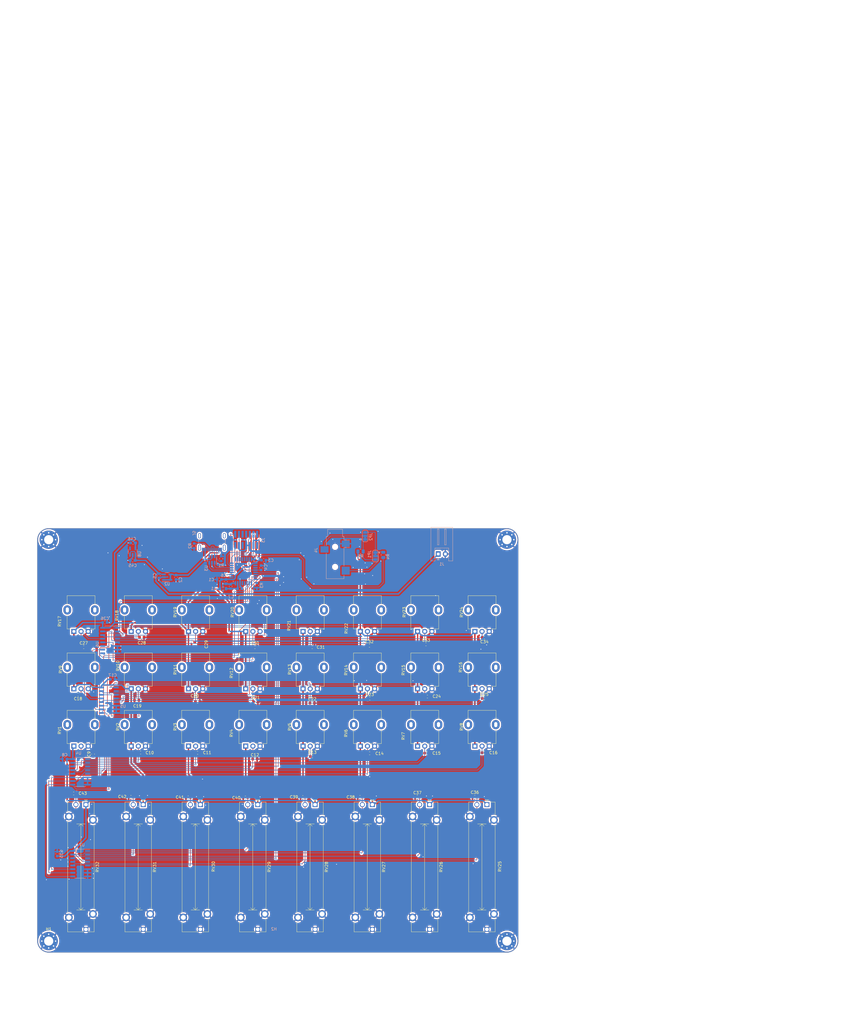
<source format=kicad_pcb>
(kicad_pcb (version 20240108) (generator "pcbnew") (generator_version "8.0")
  (layers (0 "F.Cu" signal) (31 "B.Cu" signal) (34 "B.Paste" user) (35 "F.Paste" user) (36 "B.SilkS" user "B.Silkscreen") (37 "F.SilkS" user "F.Silkscreen") (38 "B.Mask" user) (39 "F.Mask" user) (44 "Edge.Cuts" user))
  (net 0 "")
  (net 1 "+3.3V")
  (net 2 "GND")
  (net 3 "/potentiometer circular/POT0")
  (net 4 "/potentiometer circular/POT1")
  (net 5 "/potentiometer circular/POT2")
  (net 6 "/potentiometer circular/POT3")
  (net 7 "/potentiometer circular/POT4")
  (net 8 "/potentiometer circular/POT5")
  (net 9 "/potentiometer circular/POT6")
  (net 10 "/potentiometer circular/POT7")
  (net 11 "/potentiometer circular1/POT0")
  (net 12 "/potentiometer circular1/POT1")
  (net 13 "/potentiometer circular1/POT2")
  (net 14 "/potentiometer circular1/POT3")
  (net 15 "/potentiometer circular1/POT4")
  (net 16 "/potentiometer circular1/POT5")
  (net 17 "/potentiometer circular1/POT6")
  (net 18 "/potentiometer circular1/POT7")
  (net 19 "/potentiometer circular2/POT0")
  (net 20 "/potentiometer circular2/POT1")
  (net 21 "/potentiometer circular2/POT2")
  (net 22 "/potentiometer circular2/POT3")
  (net 23 "/potentiometer circular2/POT4")
  (net 24 "/potentiometer circular2/POT5")
  (net 25 "/potentiometer circular2/POT6")
  (net 26 "/potentiometer circular2/POT7")
  (net 27 "/potentiometer linear/POT0")
  (net 28 "/potentiometer linear/POT1")
  (net 29 "/potentiometer linear/POT2")
  (net 30 "/potentiometer linear/POT3")
  (net 31 "/potentiometer linear/POT4")
  (net 32 "/potentiometer linear/POT5")
  (net 33 "/potentiometer linear/POT6")
  (net 34 "/potentiometer linear/POT7")
  (net 38 "+3.3VA")
  (net 45 "VBUS")
  (net 46 "/STM32/NRST")
  (net 47 "+BATT")
  (net 50 "/STM32/SYS_SWDIO")
  (net 51 "/STM32/SYS_SWCLK")
  (net 55 "/STM32/USART1_RX")
  (net 56 "/STM32/USART1_TX")
  (net 57 "/JACK_R")
  (net 58 "/JACK_T")
  (net 59 "Net-(J5-CC1)")
  (net 60 "Net-(J5-D+-PadA6)")
  (net 61 "Net-(J5-D--PadA7)")
  (net 63 "Net-(J5-CC2)")
  (net 66 "/SINK")
  (net 67 "/SOURCE")
  (net 68 "/STM32/BOOT0")
  (net 69 "/MIDI_TX")
  (net 70 "/voie0")
  (net 71 "/voie1")
  (net 72 "/voie2")
  (net 73 "/voie3")
  (net 74 "/sel0")
  (net 75 "/sel1")
  (net 76 "/sel2")
  (net 78 "/D-")
  (net 79 "/D+")
  (footprint "Capacitor_SMD:C_0603_1608Metric" (layer "F.Cu") (at 52.5 74)
    (property "Reference" "C28")
    (property "Value" "100n" (hide yes))
  )
  (footprint "Capacitor_SMD:C_0603_1608Metric" (layer "F.Cu") (at 72 96.5)
    (property "Reference" "C20")
    (property "Value" "100n")
  )
  (footprint "Potentiometer_THT:Potentiometer_Alpha_RD901F-40-00D_Single_Vertical" (layer "F.Cu") (at 168.8 112 90)
    (property "Reference" "RV8")
    (property "Value" "B100k")
  )
  (footprint "Potentiometer_THT:Potentiometer_Alpha_RD901F-40-00D_Single_Vertical" (layer "F.Cu") (at 128.8 112 90)
    (property "Reference" "RV6")
    (property "Value" "B100k")
  )
  (footprint "Potentiometer_THT:Potentiometer_Bourns_PTA3043_Single_Slide" (layer "F.Cu") (at 173 132.4 -90)
    (property "Reference" "RV25")
    (property "Value" "B10K")
  )
  (footprint "MountingHole:MountingHole_3.2mm_M3_Pad_Via" (layer "F.Cu") (at 20 180)
    (property "Reference" "H1")
    (property "Value" "MountingHole_Pad")
  )
  (footprint "Capacitor_SMD:C_0603_1608Metric" (layer "F.Cu") (at 92 116.5)
    (property "Reference" "C12")
    (property "Value" "100n")
  )
  (footprint "Potentiometer_THT:Potentiometer_Alpha_RD901F-40-00D_Single_Vertical" (layer "F.Cu") (at 108.8 112 90)
    (property "Reference" "RV5")
    (property "Value" "B100k")
  )
  (footprint "Capacitor_SMD:C_0603_1608Metric" (layer "F.Cu") (at 172.08 114.3)
    (property "Reference" "C16")
    (property "Value" "100n")
  )
  (footprint "Capacitor_SMD:C_0603_1608Metric" (layer "F.Cu") (at 132.06 114.52)
    (property "Reference" "C14")
    (property "Value" "100n")
  )
  (footprint "Capacitor_SMD:C_0603_1608Metric" (layer "F.Cu") (at 32.225 77.5)
    (property "Reference" "C27")
    (property "Value" "100n" (hide yes))
  )
  (footprint "Potentiometer_THT:Potentiometer_Bourns_PTA3043_Single_Slide" (layer "F.Cu") (at 153 132.4 -90)
    (property "Reference" "RV26")
    (property "Value" "B10K")
  )
  (footprint "Capacitor_SMD:C_0603_1608Metric" (layer "F.Cu") (at 172.135 74.11)
    (property "Reference" "C34")
    (property "Value" "100n")
  )
  (footprint "Capacitor_SMD:C_0603_1608Metric" (layer "F.Cu") (at 132.12 95.44)
    (property "Reference" "C23")
    (property "Value" "100n")
  )
  (footprint "Potentiometer_THT:Potentiometer_Bourns_PTA3043_Single_Slide" (layer "F.Cu") (at 113 132.4 -90)
    (property "Reference" "RV28")
    (property "Value" "B10K")
  )
  (footprint "Potentiometer_THT:Potentiometer_Alpha_RD901F-40-00D_Single_Vertical" (layer "F.Cu") (at 88.8 92 90)
    (property "Reference" "RV12")
    (property "Value" "B100k")
  )
  (footprint "Potentiometer_THT:Potentiometer_Alpha_RD901F-40-00D_Single_Vertical" (layer "F.Cu") (at 88.8 72 90)
    (property "Reference" "RV20")
    (property "Value" "B100k")
  )
  (footprint "Potentiometer_THT:Potentiometer_Alpha_RD901F-40-00D_Single_Vertical" (layer "F.Cu") (at 148.8 112 90)
    (property "Reference" "RV7")
    (property "Value" "B100k")
  )
  (footprint "Potentiometer_THT:Potentiometer_Bourns_PTA3043_Single_Slide" (layer "F.Cu") (at 72.95 132.4 -90)
    (property "Reference" "RV30")
    (property "Value" "B10K")
  )
  (footprint "Potentiometer_THT:Potentiometer_Alpha_RD901F-40-00D_Single_Vertical" (layer "F.Cu") (at 108.8 72 90)
    (property "Reference" "RV21")
    (property "Value" "B100k")
  )
  (footprint "MountingHole:MountingHole_3.2mm_M3_Pad_Via" (layer "F.Cu") (at 180 40)
    (property "Reference" "H4" (hide yes))
    (property "Value" "MountingHole_Pad" (hide yes))
  )
  (footprint "Capacitor_SMD:C_0603_1608Metric" (layer "F.Cu") (at 72 114.34)
    (property "Reference" "C11")
    (property "Value" "100n")
  )
  (footprint "Potentiometer_THT:Potentiometer_Alpha_RD901F-40-00D_Single_Vertical" (layer "F.Cu") (at 28.8 72 90)
    (property "Reference" "RV17")
    (property "Value" "B100k")
  )
  (footprint "Potentiometer_THT:Potentiometer_Alpha_RD901F-40-00D_Single_Vertical" (layer "F.Cu") (at 148.8 72 90)
    (property "Reference" "RV23")
    (property "Value" "B100k")
  )
  (footprint "Capacitor_SMD:C_0603_1608Metric" (layer "F.Cu") (at 128.69 129.69 180)
    (property "Reference" "C38")
    (property "Value" "100n")
  )
  (footprint "Capacitor_SMD:C_0603_1608Metric" (layer "F.Cu") (at 30.25 94.05 180)
    (property "Reference" "C18")
    (property "Value" "100n")
  )
  (footprint "Potentiometer_THT:Potentiometer_Alpha_RD901F-40-00D_Single_Vertical" (layer "F.Cu") (at 128.8 92 90)
    (property "Reference" "RV14")
    (property "Value" "B100k")
  )
  (footprint "Potentiometer_THT:Potentiometer_Alpha_RD901F-40-00D_Single_Vertical" (layer "F.Cu") (at 168.8 72 90)
    (property "Reference" "RV24")
    (property "Value" "B100k")
  )
  (footprint "Capacitor_SMD:C_0603_1608Metric" (layer "F.Cu") (at 48.71 129.67 180)
    (property "Reference" "C42")
    (property "Value" "100n")
  )
  (footprint "Capacitor_SMD:C_0603_1608Metric" (layer "F.Cu") (at 112 77.5)
    (property "Reference" "C31")
    (property "Value" "100n")
  )
  (footprint "Potentiometer_THT:Potentiometer_Bourns_PTA3043_Single_Slide" (layer "F.Cu") (at 133 132.4 -90)
    (property "Reference" "RV27")
    (property "Value" "B10K")
  )
  (footprint "Capacitor_SMD:C_0603_1608Metric" (layer "F.Cu") (at 71 76.5 -90)
    (property "Reference" "C29")
    (property "Value" "100n")
  )
  (footprint "Capacitor_SMD:C_0603_1608Metric" (layer "F.Cu") (at 50.725 96 180)
    (property "Reference" "C19")
    (property "Value" "100n")
  )
  (footprint "Potentiometer_THT:Potentiometer_Alpha_RD901F-40-00D_Single_Vertical" (layer "F.Cu") (at 68.8 92 90)
    (property "Reference" "RV11")
    (property "Value" "B100k")
  )
  (footprint "Capacitor_SMD:C_0603_1608Metric" (layer "F.Cu") (at 92 77.5)
    (property "Reference" "C30")
    (property "Value" "100n")
  )
  (footprint "Potentiometer_THT:Potentiometer_Alpha_RD901F-40-00D_Single_Vertical" (layer "F.Cu") (at 108.8 92 90)
    (property "Reference" "RV13")
    (property "Value" "B100k")
  )
  (footprint "Potentiometer_THT:Potentiometer_Alpha_RD901F-40-00D_Single_Vertical" (layer "F.Cu") (at 88.8 112 90)
    (property "Reference" "RV4")
    (property "Value" "B100k")
  )
  (footprint "Capacitor_SMD:C_0603_1608Metric" (layer "F.Cu") (at 92.275 96.5)
    (property "Reference" "C21")
    (property "Value" "100n")
  )
  (footprint "Potentiometer_THT:Potentiometer_Alpha_RD901F-40-00D_Single_Vertical" (layer "F.Cu") (at 148.8 92 90)
    (property "Reference" "RV15")
    (property "Value" "B100k")
  )
  (footprint "Potentiometer_THT:Potentiometer_Alpha_RD901F-40-00D_Single_Vertical" (layer "F.Cu") (at 48.8 92 90)
    (property "Reference" "RV10")
    (property "Value" "B100k")
  )
  (footprint "MountingHole:MountingHole_3.2mm_M3_Pad_Via" (layer "F.Cu") (at 20 40)
    (property "Reference" "H3" (hide yes))
    (property "Value" "MountingHole_Pad")
  )
  (footprint "Potentiometer_THT:Potentiometer_Bourns_PTA3043_Single_Slide" (layer "F.Cu") (at 33 132.4 -90)
    (property "Reference" "RV32")
    (property "Value" "B10K")
  )
  (footprint "Capacitor_SMD:C_0603_1608Metric" (layer "F.Cu") (at 108.72 129.75 180)
    (property "Reference" "C39")
    (property "Value" "100n")
  )
  (footprint "Potentiometer_THT:Potentiometer_Alpha_RD901F-40-00D_Single_Vertical" (layer "F.Cu") (at 68.8 72 90)
    (property "Reference" "RV19")
    (property "Value" "B100k")
  )
  (footprint "Capacitor_SMD:C_0603_1608Metric" (layer "F.Cu") (at 148.705 129.71 180)
    (property "Reference" "C37")
    (property "Value" "100n")
  )
  (footprint "Potentiometer_THT:Potentiometer_Alpha_RD901F-40-00D_Single_Vertical" (layer "F.Cu") (at 48.8 112 90)
    (property "Reference" "RV2")
    (property "Value" "B100k")
  )
  (footprint "Capacitor_SMD:C_0603_1608Metric" (layer "F.Cu") (at 88.68 129.9 180)
    (property "Reference" "C40")
    (property "Value" "100n")
  )
  (footprint "Capacitor_SMD:C_0603_1608Metric" (layer "F.Cu") (at 52.09 114.25)
    (property "Reference" "C10")
    (property "Value" "100n")
  )
  (footprint "Capacitor_SMD:C_0603_1608Metric" (layer "F.Cu") (at 112.09 115.6)
    (property "Reference" "C13")
    (property "Value" "100n")
  )
  (footprint "Potentiometer_THT:Potentiometer_Alpha_RD901F-40-00D_Single_Vertical" (layer "F.Cu") (at 128.8 72 90)
    (property "Reference" "RV22")
    (property "Value" "B100k")
  )
  (footprint "Potentiometer_THT:Potentiometer_Alpha_RD901F-40-00D_Single_Vertical" (layer "F.Cu") (at 28.8 92 90)
    (property "Reference" "RV9")
    (property "Value" "B100k")
  )
  (footprint "Capacitor_SMD:C_0603_1608Metric" (layer "F.Cu") (at 68.7 129.88 180)
    (property "Reference" "C41")
    (property "Value" "100n")
  )
  (footprint "Capacitor_SMD:C_0603_1608Metric" (layer "F.Cu") (at 168.755 129.72 180)
    (property "Reference" "C36")
    (property "Value" "100n")
  )
  (footprint "Capacitor_SMD:C_0603_1608Metric" (layer "F.Cu") (at 132 77)
    (property "Reference" "C32")
    (property "Value" "100n")
  )
  (footprint "Capacitor_SMD:C_0603_1608Metric" (layer "F.Cu") (at 152.04 114.45)
    (property "Reference" "C15")
    (property "Value" "100n")
  )
  (footprint "Potentiometer_THT:Potentiometer_Alpha_RD901F-40-00D_Single_Vertical" (layer "F.Cu") (at 48.8 72 90)
    (property "Reference" "RV18")
    (property "Value" "B100k")
  )
  (footprint "Capacitor_SMD:C_0603_1608Metric" (layer "F.Cu") (at 35.5 114.775 90)
    (property "Reference" "C9")
    (property "Value" "100n")
  )
  (footprint "Capacitor_SMD:C_0603_1608Metric" (layer "F.Cu") (at 151.725 76.5)
    (property "Reference" "C33")
    (property "Value" "100n")
  )
  (footprint "Potentiometer_THT:Potentiometer_Alpha_RD901F-40-00D_Single_Vertical" (layer "F.Cu") (at 68.8 112 90)
    (property "Reference" "RV3")
    (property "Value" "B100k")
  )
  (footprint "Potentiometer_THT:Potentiometer_Bourns_PTA3043_Single_Slide" (layer "F.Cu") (at 53 132.4 -90)
    (property "Reference" "RV31")
    (property "Value" "B10K")
  )
  (footprint "MountingHole:MountingHole_3.2mm_M3_Pad_Via" (layer "F.Cu") (at 180 180)
    (property "Reference" "H2")
    (property "Value" "MountingHole_Pad")
  )
  (footprint "Capacitor_SMD:C_0603_1608Metric" (layer "F.Cu") (at 172.13 95.38)
    (property "Reference" "C25")
    (property "Value" "100n")
  )
  (footprint "Potentiometer_THT:Potentiometer_Bourns_PTA3043_Single_Slide" (layer "F.Cu") (at 93 132.4 -90)
    (property "Reference" "RV29")
    (property "Value" "B10K")
  )
  (footprint "Potentiometer_THT:Potentiometer_Alpha_RD901F-40-00D_Single_Vertical" (layer "F.Cu") (at 168.8 92 90)
    (property "Reference" "RV16")
    (property "Value" "B100k")
  )
  (footprint "Capacitor_SMD:C_0603_1608Metric" (layer "F.Cu") (at 112 97)
    (property "Reference" "C22")
    (property "Value" "100n")
  )
  (footprint "Potentiometer_THT:Potentiometer_Alpha_RD901F-40-00D_Single_Vertical" (layer "F.Cu") (at 28.8 112 90)
    (property "Reference" "RV1")
    (property "Value" "B100k")
  )
  (footprint "Capacitor_SMD:C_0603_1608Metric" (layer "F.Cu") (at 28.725 128.5 180)
    (property "Reference" "C43")
    (property "Value" "100n")
  )
  (footprint "Capacitor_SMD:C_0603_1608Metric" (layer "F.Cu") (at 152.23 94.72)
    (property "Reference" "C24")
    (property "Value" "100n")
  )
  (footprint "Resistor_SMD:R_0805_2012Metric" (layer "B.Cu") (at 136.82 45.31 90)
    (property "Reference" "R4")
    (property "Value" "10R" (hide yes))
  )
  (footprint "Capacitor_SMD:C_0603_1608Metric" (layer "B.Cu") (at 81.89 54.61 -90)
    (property "Reference" "C6")
    (property "Value" "100n" (hide yes))
  )
  (footprint "Capacitor_SMD:C_0603_1608Metric" (layer "B.Cu") (at 79.525 53.87 180)
    (property "Reference" "C1")
    (property "Value" "4.7u")
  )
  (footprint "Package_QFP:LQFP-32_7x7mm_P0.8mm" (layer "B.Cu") (at 88 51 180)
    (property "Reference" "U1")
    (property "Value" "STM32G431KBTx" (hide yes))
  )
  (footprint "Connector_PinHeader_1.27mm:PinHeader_2x07_P1.27mm_Vertical_SMD" (layer "B.Cu") (at 88.96 40.05 90)
    (property "Reference" "J3")
    (property "Value" "Conn_02x07_Odd_Even" (hide yes))
  )
  (footprint "Capacitor_SMD:C_0603_1608Metric_Pad1.08x0.95mm_HandSolder" (layer "B.Cu") (at 49.42131 41.12869 180)
    (property "Reference" "C46")
    (property "Value" "1u")
  )
  (footprint "Package_SO:SO-16_3.9x9.9mm_P1.27mm" (layer "B.Cu") (at 31 153 180)
    (property "Reference" "U7")
    (property "Value" "74HC4051")
  )
  (footprint "Resistor_SMD:R_0603_1608Metric" (layer "B.Cu") (at 70.77 42.155 -90)
    (property "Reference" "R2")
    (property "Value" "5.1k" (hide yes))
  )
  (footprint "Connector_USB:USB_C_Receptacle_GCT_USB4105-xx-A_16P_TopMnt_Horizontal" (layer "B.Cu") (at 77 39.7)
    (property "Reference" "J5")
    (property "Value" "USB_C_Receptacle_USB2.0_16P" (hide yes))
  )
  (footprint "Package_SO:SO-16_3.9x9.9mm_P1.27mm" (layer "B.Cu") (at 31 121 180)
    (property "Reference" "U4")
    (property "Value" "74HC4051")
  )
  (footprint "Capacitor_SMD:C_0603_1608Metric" (layer "B.Cu") (at 42.35 88.72)
    (property "Reference" "C17")
    (property "Value" "100n")
  )
  (footprint "Resistor_SMD:R_0603_1608Metric" (layer "B.Cu") (at 80.2 46.625 90)
    (property "Reference" "R1")
    (property "Value" "5.1k" (hide yes))
  )
  (footprint "Capacitor_SMD:C_0603_1608Metric_Pad1.08x0.95mm_HandSolder" (layer "B.Cu") (at 49.32131 47.22869 180)
    (property "Reference" "C45")
    (property "Value" "1u" (hide yes))
  )
  (footprint "Package_TO_SOT_SMD:SOT-23-5" (layer "B.Cu") (at 61.3625 53.05)
    (property "Reference" "U2")
    (property "Value" "MCP73811T-420I-OT" (hide yes))
  )
  (footprint "Package_TO_SOT_SMD:SOT-23-6" (layer "B.Cu") (at 77 46.9 90)
    (property "Reference" "U3")
    (property "Value" "USBLC6-2SC6" (hide yes))
  )
  (footprint "Resistor_SMD:R_0603_1608Metric" (layer "B.Cu") (at 92.7 55.93 -90)
    (property "Reference" "R3")
    (property "Value" "100k" (hide yes))
  )
  (footprint "Package_SO:SO-16_3.9x9.9mm_P1.27mm" (layer "B.Cu") (at 41.425 75.175 180)
    (property "Reference" "U6")
    (property "Value" "74HC4051" (hide yes))
  )
  (footprint "Capacitor_SMD:C_0603_1608Metric" (layer "B.Cu") (at 25.605 116.49 180)
    (property "Reference" "C8")
    (property "Value" "100n")
  )
  (footprint "Capacitor_SMD:C_0603_1608Metric" (layer "B.Cu") (at 95.06 47.13)
    (property "Reference" "C3")
    (property "Value" "100n" (hide yes))
  )
  (footprint "Capacitor_SMD:C_0603_1608Metric" (layer "B.Cu") (at 86.715 57.09)
    (property "Reference" "C44")
    (property "Value" "10n" (hide yes))
  )
  (footprint "Capacitor_SMD:C_0603_1608Metric" (layer "B.Cu") (at 94.15 49.805 90)
    (property "Reference" "C4")
    (property "Value" "100n" (hide yes))
  )
  (footprint "Inductor_SMD:L_0805_2012Metric" (layer "B.Cu") (at 80.86 57.1)
    (property "Reference" "L1")
    (property "Value" "39n")
  )
  (footprint "Capacitor_SMD:C_0603_1608Metric" (layer "B.Cu") (at 83.53 56.32 90)
    (property "Reference" "C7")
    (property "Value" "1u" (hide yes))
  )
  (footprint "Capacitor_SMD:C_0603_1608Metric" (layer "B.Cu") (at 58.45512 52.6 -90)
    (property "Reference" "C5")
    (property "Value" "1u")
  )
  (footprint "Capacitor_SMD:C_0603_1608Metric" (layer "B.Cu") (at 64.45512 53.1 -90)
    (property "Reference" "C2")
    (property "Value" "1u" (hide yes))
  )
  (footprint "Package_TO_SOT_SMD:SOT-23-5" (layer "B.Cu") (at 49.34119 44.16619 90)
    (property "Reference" "U8")
    (property "Value" "MCP1802x-xx02xOT" (hide yes))
  )
  (footprint "Resistor_SMD:R_0805_2012Metric" (layer "B.Cu") (at 128.8875 44.1)
    (property "Reference" "R5")
    (property "Value" "33R")
  )
  (footprint "Jumper:SolderJumper-3_P1.3mm_Bridged12_RoundedPad1.0x1.5mm" (layer "B.Cu") (at 134.0575 45.7 -90)
    (property "Reference" "JP1")
    (property "Value" "SolderJumper_3_Bridged12" (hide yes))
  )
  (footprint "Capacitor_SMD:C_0603_1608Metric" (layer "B.Cu") (at 23 149.575 90)
    (property "Reference" "C35")
    (property "Value" "100n")
  )
  (footprint "Package_SO:SO-16_3.9x9.9mm_P1.27mm" (layer "B.Cu") (at 41 96 180)
    (property "Reference" "U5")
    (property "Value" "74HC4051")
  )
  (footprint "Connector_JST:JST_XH_S2B-XH-A_1x02_P2.50mm_Horizontal" (layer "B.Cu") (at 156 45)
    (property "Reference" "J1")
    (property "Value" "BATTERY")
  )
  (footprint "Connector_Audio:Jack_3.5mm_CUI_SJ-3523-SMT_Horizontal" (layer "B.Cu") (at 120 45 180)
    (property "Reference" "J4")
    (property "Value" "MIDI")
  )
  (footprint "Jumper:SolderJumper-3_P1.3mm_Bridged12_RoundedPad1.0x1.5mm" (layer "B.Cu") (at 130.5 38.7 90)
    (property "Reference" "JP2")
    (property "Value" "SolderJumper_3_Bridged12" (hide yes))
  )
  (footprint "Capacitor_SMD:C_0603_1608Metric" (layer "B.Cu") (at 39.6 68.9)
    (property "Reference" "C26")
    (property "Value" "100n" (hide yes))
  )
  (gr_line (start 20 36) (end 180 36) (stroke (width 0.1)) (layer "Edge.Cuts"))
  (gr_arc (start 20 184) (mid 17.171573 182.828427) (end 16 180) (stroke (width 0.1)) (layer "Edge.Cuts"))
  (gr_arc (start 16 40) (mid 17.171573 37.171573) (end 20 36) (stroke (width 0.1)) (layer "Edge.Cuts"))
  (gr_line (start 184 40) (end 184 180) (stroke (width 0.1)) (layer "Edge.Cuts"))
  (gr_line (start 180 184) (end 20 184) (stroke (width 0.1)) (layer "Edge.Cuts"))
  (gr_arc (start 184 180) (mid 182.828427 182.828427) (end 180 184) (stroke (width 0.1)) (layer "Edge.Cuts"))
  (gr_arc (start 180 36) (mid 182.828427 37.171573) (end 184 40) (stroke (width 0.1)) (layer "Edge.Cuts"))
  (gr_line (start 16 180) (end 16 40) (stroke (width 0.1)) (layer "Edge.Cuts"))
  (segment (start 148.8 72) (end 148.8 92) (width 0.5) (layer "F.Cu") (net 1))
  (segment (start 78.57 57.25) (end 73.25 57.25) (width 0.5) (layer "F.Cu") (net 1))
  (segment (start 26.42 117.9) (end 26.42 130.965) (width 0.5) (layer "F.Cu") (net 1))
  (segment (start 48.8 112) (end 48.8 117.92725) (width 0.5) (layer "F.Cu") (net 1))
  (segment (start 148.8 92) (end 148.8 112) (width 0.5) (layer "F.Cu") (net 1))
  (segment (start 128.8 125.67275) (end 133 129.87275) (width 0.5) (layer "F.Cu") (net 1))
  (segment (start 28.8 74.5) (end 28.8 72) (width 0.5) (layer "F.Cu") (net 1))
  (segment (start 128.8 73.68) (end 128.8 72) (width 0.5) (layer "F.Cu") (net 1))
  (segment (start 92.96 46.31) (end 93.5 45.77) (width 0.5) (layer "F.Cu") (net 1))
  (segment (start 68.8 72) (end 68.8 92) (width 0.5) (layer "F.Cu") (net 1))
  (segment (start 168.8 72) (end 168.8 92) (width 0.5) (layer "F.Cu") (net 1))
  (segment (start 26.36 117.84) (end 26.42 117.9) (width 0.5) (layer "F.Cu") (net 1))
  (segment (start 168.8 92) (end 168.8 112) (width 0.5) (layer "F.Cu") (net 1))
  (segment (start 108.8 72) (end 108.8 92) (width 0.5) (layer "F.Cu") (net 1))
  (segment (start 108.8 126.72275) (end 113 130.92275) (width 0.5) (layer "F.Cu") (net 1))
  (segment (start 68.8 61.7) (end 68.8 72) (width 0.5) (layer "F.Cu") (net 1))
  (segment (start 72.95 125.95) (end 72.95 132.4) (width 0.5) (layer "F.Cu") (net 1))
  (segment (start 128.8 73.68) (end 128.8 92) (width 0.5) (layer "F.Cu") (net 1))
  (segment (start 78.57 57.25) (end 83 61.68) (width 0.5) (layer "F.Cu") (net 1))
  (segment (start 108.8 92) (end 108.8 112) (width 0.5) (layer "F.Cu") (net 1))
  (segment (start 65.8 69) (end 68.8 72) (width 0.5) (layer "F.Cu") (net 1))
  (segment (start 128.8 92) (end 128.8 112) (width 0.5) (layer "F.Cu") (net 1))
  (segment (start 48.8 69.87) (end 48.8 72) (width 0.5) (layer "F.Cu") (net 1))
  (segment (start 133 129.87275) (end 133 132.4) (width 0.5) (layer "F.Cu") (net 1))
  (segment (start 128.8 47.34) (end 128.8 72) (width 0.5) (layer "F.Cu") (net 1))
  (segment (start 26.42 130.965) (end 26.41 130.975) (width 0.5) (layer "F.Cu") (net 1))
  (segment (start 28.8 92) (end 28.8 74.5) (width 0.5) (layer "F.Cu") (net 1))
  (segment (start 53 122.12725) (end 53 132.4) (width 0.5) (layer "F.Cu") (net 1))
  (segment (start 83 61.68) (end 83 72) (width 0.5) (layer "F.Cu") (net 1))
  (segment (start 49.67 69) (end 65.8 69) (width 0.5) (layer "F.Cu") (net 1))
  (segment (start 108.8 112) (end 108.8 126.72275) (width 0.5) (layer "F.Cu") (net 1))
  (segment (start 88.8 112) (end 88.8 126.17275) (width 0.5) (layer "F.Cu") (net 1))
  (segment (start 88.8 72) (end 88.8 92) (width 0.5) (layer "F.Cu") (net 1))
  (segment (start 128 46.5) (end 128 46.54) (width 0.5) (layer "F.Cu") (net 1))
  (segment (start 128.8 112) (end 128.8 125.67275) (width 0.5) (layer "F.Cu") (net 1))
  (segment (start 73.25 57.25) (end 68.8 61.7) (width 0.5) (layer "F.Cu") (net 1))
  (segment (start 48.8 96.75) (end 48.8 92) (width 0.5) (layer "F.Cu") (net 1))
  (segment (start 68.8 121.8) (end 72.95 125.95) (width 0.5) (layer "F.Cu") (net 1))
  (segment (start 68.8 112) (end 68.8 121.8) (width 0.5) (layer "F.Cu") (net 1))
  (segment (start 88.8 126.17275) (end 93 130.37275) (width 0.5) (layer "F.Cu") (net 1))
  (segment (start 133 132.4) (end 133.4 132.4) (width 0.5) (layer "F.Cu") (net 1))
  (segment (start 128 46.54) (end 128.8 47.34) (width 0.5) (layer "F.Cu") (net 1))
  (segment (start 93 130.37275) (end 93 132.4) (width 0.5) (layer "F.Cu") (net 1))
  (segment (start 93.5 45.77) (end 93.5 40) (width 0.5) (layer "F.Cu") (net 1))
  (segment (start 48.8 112) (end 48.8 96.75) (width 0.5) (layer "F.Cu") (net 1))
  (segment (start 49.67 69) (end 48.8 69.87) (width 0.5) (layer "F.Cu") (net 1))
  (segment (start 48.8 117.92725) (end 53 122.12725) (width 0.5) (layer "F.Cu") (net 1))
  (segment (start 113 130.92275) (end 113 132.4) (width 0.5) (layer "F.Cu") (net 1))
  (via (at 83 72) (size 0.5) (drill 0.3) (layers "F.Cu" "B.Cu") (net 1))
  (via (at 128 46.5) (size 0.5) (drill 0.3) (layers "F.Cu" "B.Cu") (net 1))
  (via (at 92.96 46.31) (size 0.5) (drill 0.3) (layers "F.Cu" "B.Cu") (net 1))
  (via (at 93.63669 40.049465) (size 0.5) (drill 0.3) (layers "F.Cu" "B.Cu") (net 1))
  (via (at 49.67 69) (size 0.5) (drill 0.3) (layers "F.Cu" "B.Cu") (net 1))
  (via (at 26.41 130.975) (size 0.5) (drill 0.3) (layers "F.Cu" "B.Cu") (net 1))
  (via (at 26.36 117.84) (size 0.5) (drill 0.3) (layers "F.Cu" "B.Cu") (net 1))
  (via (at 78.57 57.25) (size 0.5) (drill 0.3) (layers "F.Cu" "B.Cu") (net 1))
  (segment (start 83 72) (end 88.8 72) (width 0.5) (layer "B.Cu") (net 1))
  (segment (start 45.5 90.705) (end 38.705 90.705) (width 0.5) (layer "B.Cu") (net 1))
  (segment (start 91.55 40.25) (end 91.5 40.3) (width 0.5) (layer "B.Cu") (net 1))
  (segment (start 54.425 130.975) (end 71.525 130.975) (width 0.5) (layer "B.Cu") (net 1))
  (segment (start 35.35061 91.5) (end 34.35061 90.5) (width 0.5) (layer "B.Cu") (net 1))
  (segment (start 91.266942 48.2) (end 92.175 48.2) (width 0.5) (layer "B.Cu") (net 1))
  (segment (start 78.57 57.25) (end 79.6475 57.25) (width 0.5) (layer "B.Cu") (net 1))
  (segment (start 71.525 130.975) (end 72.95 132.4) (width 0.5) (layer "B.Cu") (net 1))
  (segment (start 127.975 44.1) (end 127.975 44.475) (width 0.5) (layer "B.Cu") (net 1))
  (segment (start 93.465 46.31) (end 94.285 47.13) (width 0.5) (layer "B.Cu") (net 1))
  (segment (start 94.425 130.975) (end 111.575 130.975) (width 0.5) (layer "B.Cu") (net 1))
  (segment (start 28.425 148.555) (end 33 143.98) (width 0.5) (layer "B.Cu") (net 1))
  (segment (start 135.025 130.975) (end 151.575 130.975) (width 0.5) (layer "B.Cu") (net 1))
  (segment (start 28.425 112.375) (end 28.8 112) (width 0.5) (layer "B.Cu") (net 1))
  (segment (start 93.587225 40) (end 93.63669 40.049465) (width 0.5) (layer "B.Cu") (net 1))
  (segment (start 133.6 132.4) (end 135.025 130.975) (width 0.5) (layer "B.Cu") (net 1))
  (segment (start 167.35 73.45) (end 168.8 72) (width 0.5) (layer "B.Cu") (net 1))
  (segment (start 41.27 70.73) (end 38.85 70.73) (width 0.5) (layer "B.Cu") (net 1))
  (segment (start 85.12 52.511371) (end 88.131371 49.5) (width 0.5) (layer "B.Cu") (net 1))
  (segment (start 38.85 70.73) (end 38.85 68.925) (width 0.5) (layer "B.Cu") (net 1))
  (segment (start 50.29119 41.203296) (end 50.29119 43.02869) (width 0.5) (layer "B.Cu") (net 1))
  (segment (start 74.375 130.975) (end 91.575 130.975) (width 0.5) (layer "B.Cu") (net 1))
  (segment (start 131.575 130.975) (end 133 132.4) (width 0.5) (layer "B.Cu") (net 1))
  (segment (start 43 69) (end 41.27 70.73) (width 0.5) (layer "B.Cu") (net 1))
  (segment (start 84.733058 53.8) (end 85.125 53.408058) (width 0.5) (layer "B.Cu") (net 1))
  (segment (start 92.96 46.31) (end 93.465 46.31) (width 0.5) (layer "B.Cu") (net 1))
  (segment (start 41.575 88.72) (end 40.69 88.72) (width 0.5) (layer "B.Cu") (net 1))
  (segment (start 91.5 40.3) (end 91.5 42) (width 0.5) (layer "B.Cu") (net 1))
  (segment (start 85.125 53.408058) (end 85.125 52.591942) (width 0.5) (layer "B.Cu") (net 1))
  (segment (start 43 44.718629) (end 47.614939 40.10369) (width 0.5) (layer "B.Cu") (net 1))
  (segment (start 33 143.98) (end 33 132.4) (width 0.5) (layer "B.Cu") (net 1))
  (segment (start 85.12 52.586942) (end 85.12 52.511371) (width 0.5) (layer "B.Cu") (net 1))
  (segment (start 26.38 116.49) (end 26.38 117.82) (width 0.5) (layer "B.Cu") (net 1))
  (segment (start 147.3 73.5) (end 148.8 72) (width 0.5) (layer "B.Cu") (net 1))
  (segment (start 80.335 53.835) (end 80.3 53.87) (width 0.5) (layer "B.Cu") (net 1))
  (segment (start 89.966942 49.5) (end 91.266942 48.2) (width 0.5) (layer "B.Cu") (net 1))
  (segment (start 79.7975 57.1) (end 79.7975 54.3725) (width 0.5) (layer "B.Cu") (net 1))
  (segment (start 26.38 116.49) (end 28.36 116.49) (width 0.5) (layer "B.Cu") (net 1))
  (segment (start 81.925 53.8) (end 81.89 53.835) (width 0.5) (layer "B.Cu") (net 1))
  (segment (start 49.25881 40.10369) (end 50.28381 41.12869) (width 0.5) (layer "B.Cu") (net 1))
  (segment (start 48.8 92) (end 46.795 92) (width 0.5) (layer "B.Cu") (net 1))
  (segment (start 28.425 116.555) (end 28.425 112.375) (width 0.5) (layer "B.Cu") (net 1))
  (segment (start 50.29119 41.13607) (end 50.28381 41.12869) (width 0.5) (layer "B.Cu") (net 1))
  (segment (start 151.575 130.975) (end 153 132.4) (width 0.5) (layer "B.Cu") (net 1))
  (segment (start 38.37 91.5) (end 35.35061 91.5) (width 0.5) (layer "B.Cu") (net 1))
  (segment (start 94.285 47.13) (end 93.245 47.13) (width 0.5) (layer "B.Cu") (net 1))
  (segment (start 130.3 73.5) (end 147.3 73.5) (width 0.5) (layer "B.Cu") (net 1))
  (segment (start 47.614939 40.10369) (end 49.25881 40.10369) (width 0.5) (layer "B.Cu") (net 1))
  (segment (start 27.445 148.555) (end 28.425 148.555) (width 0.5) (layer "B.Cu") (net 1))
  (segment (start 93 132.4) (end 94.425 130.975) (width 0.5) (layer "B.Cu") (net 1))
  (segment (start 40.69 88.72) (end 38.425 90.985) (width 0.5) (layer "B.Cu") (net 1))
  (segment (start 128.8 72) (end 130.3 73.5) (width 0.5) (layer "B.Cu") (net 1))
  (segment (start 133 132.4) (end 133.6 132.4) (width 0.5) (layer "B.Cu") (net 1))
  (segment (start 23 150.35) (end 25.65 150.35) (width 0.5) (layer "B.Cu") (net 1))
  (segment (start 34.425 130.975) (end 51.575 130.975) (width 0.5) (layer "B.Cu") (net 1))
  (segment (start 38.795 68.93) (end 31.87 68.93) (width 0.5) (layer "B.Cu") (net 1))
  (segment (start 85.125 52.591942) (end 85.12 52.586942) (width 0.5) (layer "B.Cu") (net 1))
  (segment (start 53 132.4) (end 54.425 130.975) (width 0.5) (layer "B.Cu") (net 1))
  (segment (start 127.975 44.475) (end 128 44.5) (width 0.5) (layer "B.Cu") (net 1))
  (segment (start 43 69) (end 43 44.718629) (width 0.5) (layer "B.Cu") (net 1))
  (segment (start 171.575 130.975) (end 173 132.4) (width 0.5) (layer "B.Cu") (net 1))
  (segment (start 83.825 53.8) (end 81.925 53.8) (width 0.5) (layer "B.Cu") (net 1))
  (segment (start 111.575 130.975) (end 113 132.4) (width 0.5) (layer "B.Cu") (net 1))
  (segment (start 33 132.4) (end 34.425 130.975) (width 0.5) (layer "B.Cu") (net 1))
  (segment (start 154.425 130.975) (end 171.575 130.975) (width 0.5) (layer "B.Cu") (net 1))
  (segment (start 38.425 90.985) (end 38.425 91.555) (width 0.5) (layer "B.Cu") (net 1))
  (segment (start 93.5 40) (end 93.587225 40) (width 0.5) (layer "B.Cu") (net 1))
  (segment (start 83.825 53.8) (end 84.733058 53.8) (width 0.5) (layer "B.Cu") (net 1))
  (segment (start 28.36 116.49) (end 28.425 116.555) (width 0.5) (layer "B.Cu") (net 1))
  (segment (start 148.8 72) (end 150.25 73.45) (width 0.5) (layer "B.Cu") (net 1))
  (segment (start 43 69) (end 49.67 69) (width 0.5) (layer "B.Cu") (net 1))
  (segment (start 38.425 91.555) (end 38.37 91.5) (width 0.5) (layer "B.Cu") (net 1))
  (segment (start 153 132.4) (end 154.425 130.975) (width 0.5) (layer "B.Cu") (net 1))
  (segment (start 150.25 73.45) (end 167.35 73.45) (width 0.5) (layer "B.Cu") (net 1))
  (segment (start 50.29119 43.02869) (end 50.29119 41.13607) (width 0.5) (layer "B.Cu") (net 1))
  (segment (start 30.3 90.5) (end 28.8 92) (width 0.5) (layer "B.Cu") (net 1))
  (segment (start 93.25 40.25) (end 91.55 40.25) (width 0.5) (layer "B.Cu") (net 1))
  (segment (start 38.705 90.705) (end 38.425 90.985) (width 0.5) (layer "B.Cu") (net 1))
  (segment (start 34.35061 90.5) (end 30.3 90.5) (width 0.5) (layer "B.Cu") (net 1))
  (segment (start 93.5 40) (end 93.25 40.25) (width 0.5) (layer "B.Cu") (net 1))
  (segment (start 72.95 132.4) (end 74.375 130.975) (width 0.5) (layer "B.Cu") (net 1))
  (segment (start 31.87 68.93) (end 28.8 72) (width 0.5) (layer "B.Cu") (net 1))
  (segment (start 47.614939 40.10369) (end 49.191584 40.10369) (width 0.5) (layer "B.Cu") (net 1))
  (segment (start 114.425 130.975) (end 131.575 130.975) (width 0.5) (layer "B.Cu") (net 1))
  (segment (start 128 46.5) (end 128 44.125) (width 0.5) (layer "B.Cu") (net 1))
  (segment (start 79.7975 54.3725) (end 80.3 53.87) (width 0.5) (layer "B.Cu") (net 1))
  (segment (start 128 44.125) (end 127.975 44.1) (width 0.5) (layer "B.Cu") (net 1))
  (segment (start 81.89 53.835) (end 80.335 53.835) (width 0.5) (layer "B.Cu") (net 1))
  (segment (start 26.38 117.82) (end 26.36 117.84) (width 0.5) (layer "B.Cu") (net 1))
  (segment (start 79.6475 57.25) (end 79.7975 57.1) (width 0.5) (layer "B.Cu") (net 1))
  (segment (start 38.85 68.925) (end 38.825 68.9) (width 0.5) (layer "B.Cu") (net 1))
  (segment (start 88.131371 49.5) (end 89.966942 49.5) (width 0.5) (layer "B.Cu") (net 1))
  (segment (start 26.41 130.975) (end 34.425 130.975) (width 0.5) (layer "B.Cu") (net 1))
  (segment (start 113 132.4) (end 114.425 130.975) (width 0.5) (layer "B.Cu") (net 1))
  (segment (start 93.245 47.13) (end 92.175 48.2) (width 0.5) (layer "B.Cu") (net 1))
  (segment (start 25.65 150.35) (end 27.445 148.555) (width 0.5) (layer "B.Cu") (net 1))
  (segment (start 46.795 92) (end 45.5 90.705) (width 0.5) (layer "B.Cu") (net 1))
  (segment (start 49.191584 40.10369) (end 50.29119 41.203296) (width 0.5) (layer "B.Cu") (net 1))
  (segment (start 91.575 130.975) (end 93 132.4) (width 0.5) (layer "B.Cu") (net 1))
  (segment (start 38.825 68.9) (end 38.795 68.93) (width 0.5) (layer "B.Cu") (net 1))
  (segment (start 51.575 130.975) (end 53 132.4) (width 0.5) (layer "B.Cu") (net 1))
  (segment (start 47.725 135.875) (end 47.05 136.55) (width 0.5) (layer "F.Cu") (net 2))
  (via (at 78.8 55.6) (size 0.5) (drill 0.3) (layers "F.Cu" "B.Cu") (net 2))
  (via (at 26.8 147.4) (size 0.5) (drill 0.3) (layers "F.Cu" "B.Cu") (net 2))
  (via (at 172.9 76.7) (size 0.5) (drill 0.3) (layers "F.Cu" "B.Cu") (net 2))
  (via (at 51.7 129.3) (size 0.5) (drill 0.3) (layers "F.Cu" "B.Cu") (net 2))
  (via (at 26.7 153.9) (size 0.5) (drill 0.3) (layers "F.Cu" "B.Cu") (net 2))
  (via (at 134.4 129.4) (size 0.5) (drill 0.3) (layers "F.Cu" "B.Cu") (net 2))
  (via (at 155.1 59.5) (size 0.5) (drill 0.3) (layers "F.Cu" "B.Cu") (net 2))
  (via (at 45.2 77.1) (size 0.5) (drill 0.3) (layers "F.Cu" "B.Cu") (net 2))
  (via (at 81.71 48.91) (size 0.5) (drill 0.3) (layers "F.Cu" "B.Cu") (net 2))
  (via (at 115.2 40.6) (size 0.5) (drill 0.3) (layers "F.Cu" "B.Cu") (net 2))
  (via (at 154 129.4) (size 0.5) (drill 0.3) (layers "F.Cu" "B.Cu") (net 2))
  (via (at 34.6 144.6) (size 0.5) (drill 0.3) (layers "F.Cu" "B.Cu") (net 2))
  (via (at 35.6 158.1) (size 0.5) (drill 0.3) (layers "F.Cu" "B.Cu") (net 2))
  (via (at 172.1 129.6) (size 0.5) (drill 0.3) (layers "F.Cu" "B.Cu") (net 2))
  (via (at 93.8 129.7) (size 0.5) (drill 0.3) (layers "F.Cu" "B.Cu") (net 2))
  (via (at 150.7 150.6) (size 0.5) (drill 0.3) (layers "F.Cu" "B.Cu") (net 2))
  (via (at 146.5 71.3) (size 0.5) (drill 0.3) (layers "F.Cu" "B.Cu") (net 2))
  (via (at 93.5 61.2) (size 0.5) (drill 0.3) (layers "F.Cu" "B.Cu") (net 2))
  (via (at 165.8 71.7) (size 0.5) (drill 0.3) (layers "F.Cu" "B.Cu") (net 2))
  (via (at 151.9 129.4) (size 0.5) (drill 0.3) (layers "F.Cu" "B.Cu") (net 2))
  (via (at 111.3 57) (size 0.5) (drill 0.3) (layers "F.Cu" "B.Cu") (net 2))
  (via (at 64.45512 54.7) (size 0.5) (drill 0.3) (layers "F.Cu" "B.Cu") (net 2))
  (via (at 88.34 50.88) (size 0.5) (drill 0.3) (layers "F.Cu" "B.Cu") (net 2))
  (via (at 135 37.1) (size 0.5) (drill 0.3) (layers "F.Cu" "B.Cu") (net 2))
  (via (at 53.4 48.7) (size 0.5) (drill 0.3) (layers "F.Cu" "B.Cu") (net 2))
  (via (at 88.32 40.06) (size 0.5) (drill 0.3) (layers "F.Cu" "B.Cu") (net 2))
  (via (at 130.6 55.5) (size 0.5) (drill 0.3) (layers "F.Cu" "B.Cu") (net 2))
  (via (at 108 44.6) (size 0.5) (drill 0.3) (layers "F.Cu" "B.Cu") (net 2))
  (via (at 81.47 51.47) (size 0.5) (drill 0.3) (layers "F.Cu" "B.Cu") (net 2))
  (via (at 100.8 55.9) (size 0.5) (drill 0.3) (layers "F.Cu" "B.Cu") (net 2))
  (via (at 87.6 132.3) (size 0.5) (drill 0.3) (layers "F.Cu" "B.Cu") (net 2))
  (via (at 47.72131 41.12869) (size 0.5) (drill 0.3) (layers "F.Cu" "B.Cu") (net 2))
  (via (at 74.1 129.6) (size 0.5) (drill 0.3) (layers "F.Cu" "B.Cu") (net 2))
  (via (at 19.2 158.6) (size 0.5) (drill 0.3) (layers "F.Cu" "B.Cu") (net 2))
  (via (at 130.5 48.1) (size 0.5) (drill 0.3) (layers "F.Cu" "B.Cu") (net 2))
  (via (at 71 132.9) (size 0.5) (drill 0.3) (layers "F.Cu" "B.Cu") (net 2))
  (via (at 41.2 66.9) (size 0.5) (drill 0.3) (layers "F.Cu" "B.Cu") (net 2))
  (via (at 85.17 40.05) (size 0.5) (drill 0.3) (layers "F.Cu" "B.Cu") (net 2))
  (via (at 35.7 93.1) (size 0.5) (drill 0.3) (layers "F.Cu" "B.Cu") (net 2))
  (via (at 26.7 152.4) (size 0.5) (drill 0.3) (layers "F.Cu" "B.Cu") (net 2))
  (via (at 131 89.1) (size 0.5) (drill 0.3) (layers "F.Cu" "B.Cu") (net 2))
  (via (at 130.3 51.9) (size 0.5) (drill 0.3) (layers "F.Cu" "B.Cu") (net 2))
  (via (at 80.8 55.38) (size 0.5) (drill 0.3) (layers "F.Cu" "B.Cu") (net 2))
  (via (at 118.2 37.7) (size 0.5) (drill 0.3) (layers "F.Cu" "B.Cu") (net 2))
  (via (at 131.1 49.6) (size 0.5) (drill 0.3) (layers "F.Cu" "B.Cu") (net 2))
  (via (at 128.6 39.9) (size 0.5) (drill 0.3) (layers "F.Cu" "B.Cu") (net 2))
  (via (at 92.9 62.3) (size 0.5) (drill 0.3) (layers "F.Cu" "B.Cu") (net 2))
  (via (at 116.1 71.2) (size 0.5) (drill 0.3) (layers "F.Cu" "B.Cu") (net 2))
  (via (at 45.2 78.3) (size 0.5) (drill 0.3) (layers "F.Cu" "B.Cu") (net 2))
  (via (at 35 132.3) (size 0.5) (drill 0.3) (layers "F.Cu" "B.Cu") (net 2))
  (via (at 96.2 73.3) (size 0.5) (drill 0.3) (layers "F.Cu" "B.Cu") (net 2))
  (via (at 73.7 123.5) (size 0.5) (drill 0.3) (layers "F.Cu" "B.Cu") (net 2))
  (via (at 109.6 152.9) (size 0.5) (drill 0.3) (layers "F.Cu" "B.Cu") (net 2))
  (via (at 40.7 44.6) (size 0.5) (drill 0.3) (layers "F.Cu" "B.Cu") (net 2))
  (via (at 79.07 48.34) (size 0.5) (drill 0.3) (layers "F.Cu" "B.Cu") (net 2))
  (via (at 35.48 71.46) (size 0.5) (drill 0.3) (layers "F.Cu" "B.Cu") (net 2))
  (via (at 24.2 151.7) (size 0.5) (drill 0.3) (layers "F.Cu" "B.Cu") (net 2))
  (via (at 24.5 148.8) (size 0.5) (drill 0.3) (layers "F.Cu" "B.Cu") (net 2))
  (via (at 51.2 133) (size 0.5) (drill 0.3) (layers "F.Cu" "B.Cu") (net 2))
  (via (at 109 154.2) (size 0.5) (drill 0.3) (layers "F.Cu" "B.Cu") (net 2))
  (via (at 94.98 52.59) (size 0.5) (drill 0.3) (layers "F.Cu" "B.Cu") (net 2))
  (via (at 170.9 78.2) (size 0.5) (drill 0.3) (layers "F.Cu" "B.Cu") (net 2))
  (via (at 168.2 153) (size 0.5) (drill 0.3) (layers "F.Cu" "B.Cu") (net 2))
  (via (at 92 46.5) (size 0.5) (drill 0.3) (layers "F.Cu" "B.Cu") (net 2))
  (via (at 35.6 156.5) (size 0.5) (drill 0.3) (layers "F.Cu" "B.Cu") (net 2))
  (via (at 35.3 154.6) (size 0.5) (drill 0.3) (layers "F.Cu" "B.Cu") (net 2))
  (via (at 36 90.5) (size 0.5) (drill 0.3) (layers "F.Cu" "B.Cu") (net 2))
  (via (at 133.1 52.5) (size 0.5) (drill 0.3) (layers "F.Cu" "B.Cu") (net 2))
  (via (at 108.2 53.7) (size 0.5) (drill 0.3) (layers "F.Cu" "B.Cu") (net 2))
  (via (at 34.3 135.5) (size 0.5) (drill 0.3) (layers "F.Cu" "B.Cu") (net 2))
  (via (at 31.4 143.7) (size 0.5) (drill 0.3) (layers "F.Cu" "B.Cu") (net 2))
  (via (at 44.6 45.6) (size 0.5) (drill 0.3) (layers "F.Cu" "B.Cu") (net 2))
  (via (at 107.5 47) (size 0.5) (drill 0.3) (layers "F.Cu" "B.Cu") (net 2))
  (via (at 78.9 60.5) (size 0.5) (drill 0.3) (layers "F.Cu" "B.Cu") (net 2))
  (via (at 55.2 132.6) (size 0.5) (drill 0.3) (layers "F.Cu" "B.Cu") (net 2))
  (via (at 54.5 46.1) (size 0.5) (drill 0.3) (layers "F.Cu" "B.Cu") (net 2))
  (via (at 126.3 49.7) (size 0.5) (drill 0.3) (layers "F.Cu" "B.Cu") (net 2))
  (via (at 77 49.3) (size 0.5) (drill 0.3) (layers "F.Cu" "B.Cu") (net 2))
  (via (at 126.7 89.2) (size 0.5) (drill 0.3) (layers "F.Cu" "B.Cu") (net 2))
  (via (at 132.1 122.7) (size 0.5) (drill 0.3) (layers "F.Cu" "B.Cu") (net 2))
  (via (at 95.42 48.43) (size 0.5) (drill 0.3) (layers "F.Cu" "B.Cu") (net 2))
  (via (at 120.5 153.2) (size 0.5) (drill 0.3) (layers "F.Cu" "B.Cu") (net 2))
  (via (at 74.8 132.6) (size 0.5) (drill 0.3) (layers "F.Cu" "B.Cu") (net 2))
  (via (at 128.5 42.4) (size 0.5) (drill 0.3) (layers "F.Cu" "B.Cu") (net 2))
  (via (at 128.9 37.4) (size 0.5) (drill 0.3) (layers "F.Cu" "B.Cu") (net 2))
  (via (at 91.4 132.3) (size 0.5) (drill 0.3) (layers "F.Cu" "B.Cu") (net 2))
  (via (at 54.5 129.2) (size 0.5) (drill 0.3) (layers "F.Cu" "B.Cu") (net 2))
  (via (at 95.45 50.68) (size 0.5) (drill 0.3) (layers "F.Cu" "B.Cu") (net 2))
  (via (at 52.6 42) (size 0.5) (drill 0.3) (layers "F.Cu" "B.Cu") (net 2))
  (via (at 71.6 129.6) (size 0.5) (drill 0.3) (layers "F.Cu" "B.Cu") (net 2))
  (via (at 41.2 68.9) (size 0.5) (drill 0.3) (layers "F.Cu" "B.Cu") (net 2))
  (via (at 88.81 48.66) (size 0.5) (drill 0.3) (layers "F.Cu" "B.Cu") (net 2))
  (via (at 109.1 45.6) (size 0.5) (drill 0.3) (layers "F.Cu" "B.Cu") (net 2))
  (via (at 59.7 50.2) (size 0.5) (drill 0.3) (layers "F.Cu" "B.Cu") (net 2))
  (via (at 110.1 53.1) (size 0.5) (drill 0.3) (layers "F.Cu" "B.Cu") (net 2))
  (via (at 147.2 89.2) (size 0.5) (drill 0.3) (layers "F.Cu" "B.Cu") (net 2))
  (via (at 119.2 39.9) (size 0.5) (drill 0.3) (layers "F.Cu" "B.Cu") (net 2))
  (via (at 47.62131 47.22869) (size 0.5) (drill 0.3) (layers "F.Cu" "B.Cu") (net 2))
  (via (at 26.6 151.1) (size 0.5) (drill 0.3) (layers "F.Cu" "B.Cu") (net 2))
  (via (at 112.6 55.4) (size 0.5) (drill 0.3) (layers "F.Cu" "B.Cu") (net 2))
  (via (at 102 54.9) (size 0.5) (drill 0.3) (layers "F.Cu" "B.Cu") (net 2))
  (via (at 27.1 158.4) (size 0.5) (drill 0.3) (layers "F.Cu" "B.Cu") (net 2))
  (via (at 132.9 48.35) (size 0.5) (drill 0.3) (layers "F.Cu" "B.Cu") (net 2))
  (via (at 58.45512 54.1) (size 0.5) (drill 0.3) (layers "F.Cu" "B.Cu") (net 2))
  (via (at 86.81 53.72) (size 0.5) (drill 0.3) (layers "F.Cu" "B.Cu") (net 2))
  (via (at 85.89 48.81) (size 0.5) (drill 0.3) (layers "F.Cu" "B.Cu") (net 2))
  (via (at 135.98 47.48) (size 0.5) (drill 0.3) (layers "F.Cu" "B.Cu") (net 2))
  (via (at 102 52.9) (size 0.5) (drill 0.3) (layers "F.Cu" "B.Cu") (net 2))
  (segment (start 47.72131 41.12869) (end 48.55881 41.12869) (width 0.5) (layer "B.Cu") (net 2))
  (segment (start 49.34119 46.05881) (end 49.34119 45.30369) (width 0.4) (layer "B.Cu") (net 2))
  (segment (start 45.15 78.35) (end 45.2 78.3) (width 0.3) (layer "B.Cu") (net 2))
  (segment (start 90.23 43.28) (end 90.95 44) (width 0.5) (layer "B.Cu") (net 2))
  (segment (start 59.08012 53.375) (end 58.45512 53.375) (width 0.4) (layer "B.Cu") (net 2))
  (segment (start 86.8 56.083058) (end 87.49 56.773058) (width 0.5) (layer "B.Cu") (net 2))
  (segment (start 80.4 45.6) (end 80.4 44.268629) (width 0.5) (layer "B.Cu") (net 2))
  (segment (start 59.40512 53.05) (end 59.08012 53.375) (width 0.4) (layer "B.Cu") (net 2))
  (segment (start 86.8 55.175) (end 86.8 56.083058) (width 0.5) (layer "B.Cu") (net 2))
  (segment (start 83.9 55.175) (end 83.53 55.545) (width 0.5) (layer "B.Cu") (net 2))
  (segment (start 77 48.0375) (end 77 49.3) (width 0.3) (layer "B.Cu") (net 2))
  (segment (start 90.95 44) (end 92.5 44) (width 0.5) (layer "B.Cu") (net 2))
  (segment (start 41.2 68.9) (end 40.375 68.9) (width 0.5) (layer "B.Cu") (net 2))
  (segment (start 80.2 45.8) (end 80.4 45.6) (width 0.5) (layer "B.Cu") (net 2))
  (segment (start 87.49 56.773058) (end 87.49 57.09) (width 0.5) (layer "B.Cu") (net 2))
  (segment (start 85.2 55.175) (end 83.9 55.175) (width 0.5) (layer "B.Cu") (net 2))
  (segment (start 44 77.08) (end 45.18 77.08) (width 0.3) (layer "B.Cu") (net 2))
  (segment (start 44 78.35) (end 45.15 78.35) (width 0.3) (layer "B.Cu") (net 2))
  (segment (start 58.45512 54.1) (end 58.45512 53.375) (width 0.5) (layer "B.Cu") (net 2))
  (segment (start 86.8 55.175) (end 86.8 53.73) (width 0.5) (layer "B.Cu") (net 2))
  (segment (start 45.18 77.08) (end 45.2 77.1) (width 0.3) (layer "B.Cu") (net 2))
  (segment (start 88.96 43.24) (end 88.96 42) (width 0.5) (layer "B.Cu") (net 2))
  (segment (start 47.62131 47.22869) (end 48.45881 47.22869) (width 0.5) (layer "B.Cu") (net 2))
  (segment (start 88.4 43.8) (end 88.96 43.24) (width 0.5) (layer "B.Cu") (net 2))
  (segment (start 64.45512 54.7) (end 64.45512 53.875) (width 0.5) (layer "B.Cu") (net 2))
  (segment (start 48.45881 47.22869) (end 48.45881 46.94119) (width 0.4) (layer "B.Cu") (net 2))
  (segment (start 80.25 44.118629) (end 80.25 43.38) (width 0.5) (layer "B.Cu") (net 2))
  (segment (start 86.42 42) (end 86.42 43.22) (width 0.5) (layer "B.Cu") (net 2))
  (segment (start 86.8 53.73) (end 86.81 53.72) (width 0.5) (layer "B.Cu") (net 2))
  (segment (start 60.225 53.05) (end 59.40512 53.05) (width 0.4) (layer "B.Cu") (net 2))
  (segment (start 48.45881 46.94119) (end 49.34119 46.05881) (width 0.4) (layer "B.Cu") (net 2))
  (segment (start 90.23 42) (end 90.23 43.28) (width 0.5) (layer "B.Cu") (net 2))
  (segment (start 87 43.8) (end 88.4 43.8) (width 0.5) (layer "B.Cu") (net 2))
  (segment (start 86.42 43.22) (end 87 43.8) (width 0.5) (layer "B.Cu") (net 2))
  (segment (start 80.4 44.268629) (end 80.25 44.118629) (width 0.5) (layer "B.Cu") (net 2))
  (segment (start 31.65 115.55) (end 31.3 115.2) (width 0.2) (layer "F.Cu") (net 3))
  (segment (start 31.3 115.2) (end 31.3 112) (width 0.2) (layer "F.Cu") (net 3))
  (segment (start 35.5 115.55) (end 31.65 115.55) (width 0.2) (layer "F.Cu") (net 3))
  (segment (start 30 120) (end 30 116.5) (width 0.2) (layer "F.Cu") (net 3))
  (segment (start 30 116.5) (end 31.3 115.2) (width 0.2) (layer "F.Cu") (net 3))
  (via (at 30 120) (size 0.5) (drill 0.3) (layers "F.Cu" "B.Cu") (net 3))
  (segment (start 28.425 120.365) (end 29.635 120.365) (width 0.2) (layer "B.Cu") (net 3))
  (segment (start 29.635 120.365) (end 30 120) (width 0.2) (layer "B.Cu") (net 3))
  (segment (start 51.3 112) (end 51.3 117.205) (width 0.2) (layer "F.Cu") (net 4))
  (segment (start 51.3 117.205) (end 51.32 117.225) (width 0.2) (layer "F.Cu") (net 4))
  (segment (start 31.5 117) (end 31.389448 117.110552) (width 0.2) (layer "F.Cu") (net 4))
  (segment (start 31.389448 117.110552) (end 31.389448 118.495) (width 0.2) (layer "F.Cu") (net 4))
  (via (at 51.32 117.225) (size 0.5) (drill 0.3) (layers "F.Cu" "B.Cu") (net 4))
  (via (at 31.5 117) (size 0.5) (drill 0.3) (layers "F.Cu" "B.Cu") (net 4))
  (via (at 31.389448 118.495) (size 0.5) (drill 0.3) (layers "F.Cu" "B.Cu") (net 4))
  (segment (start 51.32 117.225) (end 32.659448 117.225) (width 0.2) (layer "B.Cu") (net 4))
  (segment (start 32.659448 117.225) (end 32.434448 117) (width 0.2) (layer "B.Cu") (net 4))
  (segment (start 32.434448 117) (end 31.5 117) (width 0.2) (layer "B.Cu") (net 4))
  (segment (start 29.025 118.495) (end 31.389448 118.495) (width 0.2) (layer "B.Cu") (net 4))
  (segment (start 28.425 119.095) (end 29.025 118.495) (width 0.2) (layer "B.Cu") (net 4))
  (segment (start 71.3 118.375) (end 71.3 112) (width 0.2) (layer "F.Cu") (net 5))
  (segment (start 71.35 118.425) (end 71.3 118.375) (width 0.2) (layer "F.Cu") (net 5))
  (via (at 71.35 118.425) (size 0.5) (drill 0.3) (layers "F.Cu" "B.Cu") (net 5))
  (segment (start 32.659448 118.425) (end 71.35 118.425) (width 0.2) (layer "B.Cu") (net 5))
  (segment (start 32.059448 117.825) (end 32.659448 118.425) (width 0.2) (layer "B.Cu") (net 5))
  (segment (start 28.425 117.825) (end 32.059448 117.825) (width 0.2) (layer "B.Cu") (net 5))
  (segment (start 91.225 119.275) (end 91.225 116.5) (width 0.2) (layer "F.Cu") (net 6))
  (segment (start 91.3 116.425) (end 91.225 116.5) (width 0.2) (layer "F.Cu") (net 6))
  (segment (start 91 119.5) (end 91.225 119.275) (width 0.2) (layer "F.Cu") (net 6))
  (segment (start 91.3 112) (end 91.3 116.425) (width 0.2) (layer "F.Cu") (net 6))
  (via (at 91 119.55) (size 0.5) (drill 0.3) (layers "F.Cu" "B.Cu") (net 6))
  (segment (start 31.459448 120.965) (end 32.659448 119.765) (width 0.2) (layer "B.Cu") (net 6))
  (segment (start 29.095 120.965) (end 31.459448 120.965) (width 0.2) (layer "B.Cu") (net 6))
  (segment (start 91 119.5) (end 91 119.55) (width 0.2) (layer "B.Cu") (net 6))
  (segment (start 32.659448 119.765) (end 90.735 119.765) (width 0.2) (layer "B.Cu") (net 6))
  (segment (start 28.425 121.635) (end 29.095 120.965) (width 0.2) (layer "B.Cu") (net 6))
  (segment (start 90.735 119.765) (end 91 119.5) (width 0.2) (layer "B.Cu") (net 6))
  (segment (start 111.315 115.6) (end 111.315 112.015) (width 0.2) (layer "F.Cu") (net 7))
  (segment (start 111.315 112.015) (end 111.3 112) (width 0.2) (layer "F.Cu") (net 7))
  (segment (start 111.3 115.59) (end 111.3 112) (width 0.2) (layer "B.Cu") (net 7))
  (segment (start 33.575 116.555) (end 110.335 116.555) (width 0.2) (layer "B.Cu") (net 7))
  (segment (start 110.335 116.555) (end 111.3 115.59) (width 0.2) (layer "B.Cu") (net 7))
  (segment (start 131.3 121.66) (end 131.3 112) (width 0.2) (layer "F.Cu") (net 8))
  (segment (start 131.24 121.72) (end 131.3 121.66) (width 0.2) (layer "F.Cu") (net 8))
  (via (at 131.24 121.72) (size 0.5) (drill 0.3) (layers "F.Cu" "B.Cu") (net 8))
  (segment (start 131.155 121.635) (end 33.575 121.635) (width 0.2) (layer "B.Cu") (net 8))
  (segment (start 131.24 121.72) (end 131.155 121.635) (width 0.2) (layer "B.Cu") (net 8))
  (segment (start 151.3 112) (end 151.3 114.415) (width 0.2) (layer "F.Cu") (net 9))
  (segment (start 151.3 114.415) (end 151.265 114.45) (width 0.2) (layer "F.Cu") (net 9))
  (segment (start 151.3 115.28) (end 148.755 117.825) (width 0.2) (layer "B.Cu") (net 9))
  (segment (start 151.3 112) (end 151.3 115.28) (width 0.2) (layer "B.Cu") (net 9))
  (segment (start 148.755 117.825) (end 33.575 117.825) (width 0.2) (layer "B.Cu") (net 9))
  (segment (start 171.305 112.005) (end 171.3 112) (width 0.2) (layer "F.Cu") (net 10))
  (segment (start 171.305 114.3) (end 171.305 112.005) (width 0.2) (layer "F.Cu") (net 10))
  (segment (start 33.575 120.365) (end 169.705 120.365) (width 0.2) (layer "B.Cu") (net 10))
  (segment (start 171.3 118.77) (end 171.3 112) (width 0.2) (layer "B.Cu") (net 10))
  (segment (start 169.705 120.365) (end 171.3 118.77) (width 0.2) (layer "B.Cu") (net 10))
  (segment (start 31.325 93.75) (end 31.025 94.05) (width 0.2) (layer "F.Cu") (net 11))
  (segment (start 31.3 92) (end 31.3 93.775) (width 0.2) (layer "F.Cu") (net 11))
  (segment (start 31.3 93.775) (end 31.025 94.05) (width 0.2) (layer "F.Cu") (net 11))
  (segment (start 38.425 95.365) (end 34.665 95.365) (width 0.2) (layer "B.Cu") (net 11))
  (segment (start 34.665 95.365) (end 31.3 92) (width 0.2) (layer "B.Cu") (net 11))
  (segment (start 41.977379 94.090483) (end 41.972862 94.095) (width 0.2) (layer "F.Cu") (net 12))
  (segment (start 51.3 95.8) (end 51.5 96) (width 0.2) (layer "F.Cu") (net 12))
  (segment (start 51.5 101.5) (end 51.5 96) (width 0.2) (layer "F.Cu") (net 12))
  (segment (start 41.977379 94.090483) (end 41.977379 101.477379) (width 0.2) (layer "F.Cu") (net 12))
  (segment (start 51.3 92) (end 51.3 95.8) (width 0.2) (layer "F.Cu") (net 12))
  (segment (start 42 101.5) (end 41.977379 101.477379) (width 0.2) (layer "F.Cu") (net 12))
  (via (at 41.972862 94.095) (size 0.5) (drill 0.3) (layers "F.Cu" "B.Cu") (net 12))
  (via (at 41.977379 101.477379) (size 0.5) (drill 0.3) (layers "F.Cu" "B.Cu") (net 12))
  (via (at 51.5 101.5) (size 0.5) (drill 0.3) (layers "F.Cu" "B.Cu") (net 12))
  (segment (start 41.972862 94.095) (end 41.977379 94.090483) (width 0.2) (layer "B.Cu") (net 12))
  (segment (start 38.425 94.095) (end 41.972862 94.095) (width 0.2) (layer "B.Cu") (net 12))
  (segment (start 42 101.5) (end 51.5 101.5) (width 0.2) (layer "B.Cu") (net 12))
  (segment (start 71.3 92) (end 71.3 96.425) (width 0.2) (layer "F.Cu") (net 13))
  (segment (start 71.3 96.425) (end 71.225 96.5) (width 0.2) (layer "F.Cu") (net 13))
  (segment (start 71.3 92.96) (end 70.835 93.425) (width 0.2) (layer "B.Cu") (net 13))
  (segment (start 71.3 92) (end 71.3 92.96) (width 0.2) (layer "B.Cu") (net 13))
  (segment (start 39.025 93.425) (end 38.425 92.825) (width 0.2) (layer "B.Cu") (net 13))
  (segment (start 70.835 93.425) (end 39.025 93.425) (width 0.2) (layer "B.Cu") (net 13))
  (segment (start 91.3 96.3) (end 91.5 96.5) (width 0.2) (layer "F.Cu") (net 14))
  (segment (start 90.5 96.035) (end 91.035 96.035) (width 0.2) (layer "F.Cu") (net 14))
  (segment (start 91.3 92) (end 91.3 96.3) (width 0.2) (layer "F.Cu") (net 14))
  (segment (start 91.035 96.035) (end 91.5 96.5) (width 0.2) (layer "F.Cu") (net 14))
  (via (at 90.5 96.035) (size 0.5) (drill 0.3) (layers "F.Cu" "B.Cu") (net 14))
  (segment (start 39.025 96.035) (end 90.5 96.035) (width 0.2) (layer "B.Cu") (net 14))
  (segment (start 38.425 96.635) (end 39.025 96.035) (width 0.2) (layer "B.Cu") (net 14))
  (segment (start 111.3 90.3) (end 111.3 92) (width 0.2) (layer "F.Cu") (net 15))
  (segment (start 41.5 91.5) (end 41.5 91.505) (width 0.2) (layer "F.Cu") (net 15))
  (segment (start 43.095 89.905) (end 41.5 91.5) (width 0.2) (layer "F.Cu") (net 15))
  (segment (start 111.3 92) (end 111.3 96.925) (width 0.2) (layer "F.Cu") (net 15))
  (segment (start 111 90) (end 111.3 90.3) (width 0.2) (layer "F.Cu") (net 15))
  (segment (start 111.3 96.925) (end 111.225 97) (width 0.2) (layer "F.Cu") (net 15))
  (segment (start 43.5 89.905) (end 43.095 89.905) (width 0.2) (layer "F.Cu") (net 15))
  (via (at 41.5 91.505) (size 0.5) (drill 0.3) (layers "F.Cu" "B.Cu") (net 15))
  (via (at 111 90) (size 0.5) (drill 0.3) (layers "F.Cu" "B.Cu") (net 15))
  (via (at 43.5 89.905) (size 0.5) (drill 0.3) (layers "F.Cu" "B.Cu") (net 15))
  (segment (start 43.5 90) (end 111 90) (width 0.2) (layer "B.Cu") (net 15))
  (segment (start 41.5 91.505) (end 41.55 91.555) (width 0.2) (layer "B.Cu") (net 15))
  (segment (start 41.55 91.555) (end 43.575 91.555) (width 0.2) (layer "B.Cu") (net 15))
  (segment (start 43.5 90) (end 43.5 89.905) (width 0.2) (layer "B.Cu") (net 15))
  (segment (start 43.555 91.555) (end 43.5 91.5) (width 0.2) (layer "B.Cu") (net 15))
  (segment (start 43.575 91.555) (end 43.555 91.555) (width 0.2) (layer "B.Cu") (net 15))
  (segment (start 131.3 92) (end 131.3 95.395) (width 0.2) (layer "F.Cu") (net 16))
  (segment (start 46 96.085) (end 46 94.765) (width 0.2) (layer "F.Cu") (net 16))
  (segment (start 45.5 96.585) (end 46 96.085) (width 0.2) (layer "F.Cu") (net 16))
  (segment (start 131.3 95.395) (end 131.345 95.44) (width 0.2) (layer "F.Cu") (net 16))
  (via (at 46 94.765) (size 0.5) (drill 0.3) (layers "F.Cu" "B.Cu") (net 16))
  (via (at 45.5 96.585) (size 0.5) (drill 0.3) (layers "F.Cu" "B.Cu") (net 16))
  (segment (start 130.175 94.765) (end 131.3 93.64) (width 0.2) (layer "B.Cu") (net 16))
  (segment (start 131.3 93.64) (end 131.3 92) (width 0.2) (layer "B.Cu") (net 16))
  (segment (start 45.45 96.635) (end 45.5 96.585) (width 0.2) (layer "B.Cu") (net 16))
  (segment (start 46 94.765) (end 130.175 94.765) (width 0.2) (layer "B.Cu") (net 16))
  (segment (start 43.575 96.635) (end 45.45 96.635) (width 0.2) (layer "B.Cu") (net 16))
  (segment (start 47.373246 92.850243) (end 47.373246 90.826754) (width 0.2) (layer "F.Cu") (net 17))
  (segment (start 151.3 94.565) (end 151.455 94.72) (width 0.2) (layer "F.Cu") (net 17))
  (segment (start 47.373246 90.826754) (end 47.5 90.7) (width 0.2) (layer "F.Cu") (net 17))
  (segment (start 151.3 92) (end 151.3 94.565) (width 0.2) (layer "F.Cu") (net 17))
  (via (at 47.5 90.7) (size 0.5) (drill 0.3) (layers "F.Cu" "B.Cu") (net 17))
  (via (at 47.348003 92.825) (size 0.5) (drill 0.3) (layers "F.Cu" "B.Cu") (net 17))
  (segment (start 45.375 92.825) (end 47.348003 92.825) (width 0.2) (layer "B.Cu") (net 17))
  (segment (start 47.5 90.7) (end 150 90.7) (width 0.2) (layer "B.Cu") (net 17))
  (segment (start 150 90.7) (end 151.3 92) (width 0.2) (layer "B.Cu") (net 17))
  (segment (start 43.575 92.825) (end 45.375 92.825) (width 0.2) (layer "B.Cu") (net 17))
  (segment (start 47.373246 92.850243) (end 47.348003 92.825) (width 0.2) (layer "B.Cu") (net 17))
  (segment (start 171.3 95.325) (end 171.355 95.38) (width 0.2) (layer "F.Cu") (net 18))
  (segment (start 171.3 92) (end 171.3 95.325) (width 0.2) (layer "F.Cu") (net 18))
  (segment (start 171.3 92) (end 171.355 92.055) (width 0.2) (layer "F.Cu") (net 18))
  (segment (start 43.575 95.365) (end 91.001397 95.365) (width 0.2) (layer "B.Cu") (net 18))
  (segment (start 171.3 95.57) (end 171.3 92) (width 0.2) (layer "B.Cu") (net 18))
  (segment (start 91.001397 95.365) (end 92.636397 97) (width 0.2) (layer "B.Cu") (net 18))
  (segment (start 92.636397 97) (end 169.87 97) (width 0.2) (layer "B.Cu") (net 18))
  (segment (start 169.87 97) (end 171.3 95.57) (width 0.2) (layer "B.Cu") (net 18))
  (segment (start 31.3 77.35) (end 31.45 77.5) (width 0.2) (layer "F.Cu") (net 19))
  (segment (start 31.3 72) (end 31.3 77.35) (width 0.2) (layer "F.Cu") (net 19))
  (segment (start 33.84 74.54) (end 31.3 72) (width 0.2) (layer "B.Cu") (net 19))
  (segment (start 38.85 74.54) (end 33.84 74.54) (width 0.2) (layer "B.Cu") (net 19))
  (segment (start 51.3 72) (end 51.3 73.575) (width 0.2) (layer "F.Cu") (net 20))
  (segment (start 51.3 73.575) (end 51.725 74) (width 0.2) (layer "F.Cu") (net 20))
  (segment (start 50.5 73.87) (end 51.595 73.87) (width 0.2) (layer "F.Cu") (net 20))
  (segment (start 51.595 73.87) (end 51.725 74) (width 0.2) (layer "F.Cu") (net 20))
  (via (at 50.5 73.87) (size 0.5) (drill 0.3) (layers "F.Cu" "B.Cu") (net 20))
  (segment (start 38.85 73.27) (end 39.45 73.87) (width 0.2) (layer "B.Cu") (net 20))
  (segment (start 39.45 73.87) (end 50.5 73.87) (width 0.2) (layer "B.Cu") (net 20))
  (segment (start 71.3 75.425) (end 71 75.725) (width 0.2) (layer "F.Cu") (net 21))
  (segment (start 42 72) (end 42 75) (width 0.2) (layer "F.Cu") (net 21))
  (segment (start 70 75.21) (end 70.485 75.21) (width 0.2) (layer "F.Cu") (net 21))
  (segment (start 71.3 72) (end 71.3 75.425) (width 0.2) (layer "F.Cu") (net 21))
  (segment (start 70.485 75.21) (end 71 75.725) (width 0.2) (layer "F.Cu") (net 21))
  (via (at 42 75) (size 0.5) (drill 0.3) (layers "F.Cu" "B.Cu") (net 21))
  (via (at 70 75.21) (size 0.5) (drill 0.3) (layers "F.Cu" "B.Cu") (net 21))
  (via (at 42 72) (size 0.5) (drill 0.3) (layers "F.Cu" "B.Cu") (net 21))
  (segment (start 38.85 72) (end 42 72) (width 0.2) (layer "B.Cu") (net 21))
  (segment (start 42 75) (end 42.21 75.21) (width 0.2) (layer "B.Cu") (net 21))
  (segment (start 42.21 75.21) (end 70 75.21) (width 0.2) (layer "B.Cu") (net 21))
  (segment (start 91.225 81.775) (end 91.225 77.5) (width 0.2) (layer "F.Cu") (net 22))
  (segment (start 42.5 76) (end 42.5 76.5) (width 0.2) (layer "F.Cu") (net 22))
  (segment (start 42.5 76.5) (end 42.5 82) (width 0.2) (layer "F.Cu") (net 22))
  (segment (start 91.3 72) (end 91.3 77.425) (width 0.2) (layer "F.Cu") (net 22))
  (segment (start 91.3 77.425) (end 91.225 77.5) (width 0.2) (layer "F.Cu") (net 22))
  (via (at 42.5 76) (size 0.5) (drill 0.3) (layers "F.Cu" "B.Cu") (net 22))
  (via (at 91.225 81.775) (size 0.5) (drill 0.3) (layers "F.Cu" "B.Cu") (net 22))
  (via (at 42.5 82) (size 0.5) (drill 0.3) (layers "F.Cu" "B.Cu") (net 22))
  (segment (start 38.85 75.81) (end 42.31 75.81) (width 0.2) (layer "B.Cu") (net 22))
  (segment (start 42.31 75.81) (end 42.5 76) (width 0.2) (layer "B.Cu") (net 22))
  (segment (start 42.5 82) (end 91 82) (width 0.2) (layer "B.Cu") (net 22))
  (segment (start 91 82) (end 91.225 81.775) (width 0.2) (layer "B.Cu") (net 22))
  (segment (start 111.3 77.425) (end 111.225 77.5) (width 0.2) (layer "F.Cu") (net 23))
  (segment (start 111.5 71.8) (end 111.3 72) (width 0.2) (layer "F.Cu") (net 23))
  (segment (start 111.3 72) (end 111.3 77.425) (width 0.2) (layer "F.Cu") (net 23))
  (segment (start 111.3 71.3) (end 111.3 72) (width 0.2) (layer "B.Cu") (net 23))
  (segment (start 44 70.73) (end 43.77 70.5) (width 0.2) (layer "B.Cu") (net 23))
  (segment (start 43.77 70.5) (end 110.5 70.5) (width 0.2) (layer "B.Cu") (net 23))
  (segment (start 110.5 70.5) (end 111.3 71.3) (width 0.2) (layer "B.Cu") (net 23))
  (segment (start 130 76.186397) (end 130.411397 76.186397) (width 0.2) (layer "F.Cu") (net 24))
  (segment (start 131.3 76.925) (end 131.225 77) (width 0.2) (layer "F.Cu") (net 24))
  (segment (start 130.411397 76.186397) (end 131.225 77) (width 0.2) (layer "F.Cu") (net 24))
  (segment (start 131.3 72) (end 131.3 76.925) (width 0.2) (layer "F.Cu") (net 24))
  (via (at 130 76.186397) (size 0.5) (drill 0.3) (layers "F.Cu" "B.Cu") (net 24))
  (segment (start 44 75.81) (end 44.376397 76.186397) (width 0.2) (layer "B.Cu") (net 24))
  (segment (start 44.376397 76.186397) (end 130 76.186397) (width 0.2) (layer "B.Cu") (net 24))
  (segment (start 151.3 72) (end 151.3 76.15) (width 0.2) (layer "F.Cu") (net 25))
  (segment (start 151.3 76.15) (end 150.95 76.5) (width 0.2) (layer "F.Cu") (net 25))
  (segment (start 151.5 71.8) (end 151.3 72) (width 0.2) (layer "F.Cu") (net 25))
  (segment (start 42.809619 70.400381) (end 43.21 70) (width 0.2) (layer "B.Cu") (net 25))
  (segment (start 43.125001 72) (end 42.809619 71.684618) (width 0.2) (layer "B.Cu") (net 25))
  (segment (start 44 72) (end 43.125001 72) (width 0.2) (layer "B.Cu") (net 25))
  (segment (start 43.21 70) (end 149.3 70) (width 0.2) (layer "B.Cu") (net 25))
  (segment (start 149.3 70) (end 151.3 72) (width 0.2) (layer "B.Cu") (net 25))
  (segment (start 42.809619 71.684618) (end 42.809619 70.400381) (width 0.2) (layer "B.Cu") (net 25))
  (segment (start 171.36 74.11) (end 171.36 72.06) (width 0.2) (layer "F.Cu") (net 26))
  (segment (start 171.36 72.06) (end 171.3 72) (width 0.2) (layer "F.Cu") (net 26))
  (segment (start 171.3 73.51) (end 170.27 74.54) (width 0.2) (layer "B.Cu") (net 26))
  (segment (start 170.27 74.54) (end 44 74.54) (width 0.2) (layer "B.Cu") (net 26))
  (segment (start 171.3 72) (end 171.3 73.51) (width 0.2) (layer "B.Cu") (net 26))
  (segment (start 169.53 129.72) (end 169.53 132.37) (width 0.2) (layer "F.Cu") (net 27))
  (segment (start 169.5 151.5) (end 169.305 151.695) (width 0.2) (layer "F.Cu") (net 27))
  (segment (start 169.53 132.37) (end 169.5 132.4) (width 0.2) (layer "F.Cu") (net 27))
  (segment (start 169.5 132.4) (end 169.5 151.5) (width 0.2) (layer "F.Cu") (net 27))
  (via (at 169.305 151.695) (size 0.5) (drill 0.3) (layers "F.Cu" "B.Cu") (net 27))
  (segment (start 28.425 152.365) (end 29.095 151.695) (width 0.2) (layer "B.Cu") (net 27))
  (segment (start 29.095 151.695) (end 148.5 151.695) (width 0.2) (layer "B.Cu") (net 27))
  (segment (start 148.967564 151.695) (end 169.305 151.695) (width 0.2) (layer "B.Cu") (net 27))
  (segment (start 148.5 151.695) (end 148.967564 151.695) (width 0.2) (layer "B.Cu") (net 27))
  (segment (start 149 150) (end 149.5 149.5) (width 0.2) (layer "F.Cu") (net 28))
  (segment (start 149.5 149.5) (end 149.5 132.4) (width 0.2) (layer "F.Cu") (net 28))
  (segment (start 149.48 129.71) (end 149.48 132.38) (width 0.2) (layer "F.Cu") (net 28))
  (segment (start 149.48 132.42) (end 149.5 132.4) (width 0.2) (layer "F.Cu") (net 28))
  (segment (start 149.48 132.38) (end 149.5 132.4) (width 0.2) (layer "F.Cu") (net 28))
  (via (at 149 150) (size 0.5) (drill 0.3) (layers "F.Cu" "B.Cu") (net 28))
  (segment (start 149 150) (end 148.575 150.425) (width 0.2) (layer "B.Cu") (net 28))
  (segment (start 29.095 150.425) (end 28.425 151.095) (width 0.2) (layer "B.Cu") (net 28))
  (segment (start 148.575 150.425) (end 29.095 150.425) (width 0.2) (layer "B.Cu") (net 28))
  (segment (start 129.5 132.4) (end 129.5 149) (width 0.2) (layer "F.Cu") (net 29))
  (segment (start 129.465 132.365) (end 129.5 132.4) (width 0.2) (layer "F.Cu") (net 29))
  (segment (start 129.465 129.69) (end 129.465 132.365) (width 0.2) (layer "F.Cu") (net 29))
  (segment (start 129.5 149) (end 129.25 149.25) (width 0.2) (layer "F.Cu") (net 29))
  (via (at 129.25 149.25) (size 0.5) (drill 0.3) (layers "F.Cu" "B.Cu") (net 29))
  (segment (start 32.059448 149.825) (end 32.659448 149.225) (width 0.2) (layer "B.Cu") (net 29))
  (segment (start 129 149.225) (end 129.225 149.225) (width 0.2) (layer "B.Cu") (net 29))
  (segment (start 28.425 149.825) (end 32.059448 149.825) (width 0.2) (layer "B.Cu") (net 29))
  (segment (start 32.659448 149.225) (end 129 149.225) (width 0.2) (layer "B.Cu") (net 29))
  (segment (start 129.225 149.225) (end 129.25 149.25) (width 0.2) (layer "B.Cu") (net 29))
  (segment (start 109.5 152) (end 108.465 153.035) (width 0.2) (layer "F.Cu") (net 30))
  (segment (start 109.495 132.395) (end 109.5 132.4) (width 0.2) (layer "F.Cu") (net 30))
  (segment (start 109.495 129.75) (end 109.495 132.395) (width 0.2) (layer "F.Cu") (net 30))
  (segment (start 109.5 132.4) (end 109.5 152) (width 0.2) (layer "F.Cu") (net 30))
  (via (at 108.465 153.035) (size 0.5) (drill 0.3) (layers "F.Cu" "B.Cu") (net 30))
  (segment (start 108.5 153) (end 108.465 153.035) (width 0.2) (layer "B.Cu") (net 30))
  (segment (start 28.425 153.635) (end 29.025 153.035) (width 0.2) (layer "B.Cu") (net 30))
  (segment (start 29.025 153.035) (end 108.465 153.035) (width 0.2) (layer "B.Cu") (net 30))
  (segment (start 89.5 147.5) (end 89 148) (width 0.2) (layer "F.Cu") (net 31))
  (segment (start 89.5 132.4) (end 89.5 147.5) (width 0.2) (layer "F.Cu") (net 31))
  (segment (start 89.5 132.4) (end 89.455 132.355) (width 0.2) (layer "F.Cu") (net 31))
  (segment (start 89.5 132.4) (end 89.5 129.945) (width 0.2) (layer "F.Cu") (net 31))
  (segment (start 89.5 129.945) (end 89.455 129.9) (width 0.2) (layer "F.Cu") (net 31))
  (via (at 89 148) (size 0.5) (drill 0.3) (layers "F.Cu" "B.Cu") (net 31))
  (segment (start 88.445 148.555) (end 89 148) (width 0.2) (layer "B.Cu") (net 31))
  (segment (start 33.575 148.555) (end 88.445 148.555) (width 0.2) (layer "B.Cu") (net 31))
  (segment (start 69.475 132.375) (end 69.45 132.4) (width 0.2) (layer "F.Cu") (net 32))
  (segment (start 69.45 153.585) (end 69.45 132.4) (width 0.2) (layer "F.Cu") (net 32))
  (segment (start 69.5 132.4) (end 69.1 132.4) (width 0.2) (layer "F.Cu") (net 32))
  (segment (start 69.475 129.88) (end 69.475 132.375) (width 0.2) (layer "F.Cu") (net 32))
  (via (at 69.45 153.585) (size 0.5) (drill 0.3) (layers "F.Cu" "B.Cu") (net 32))
  (segment (start 69.365 153.5) (end 33.71 153.5) (width 0.2) (layer "B.Cu") (net 32))
  (segment (start 69.45 153.585) (end 69.365 153.5) (width 0.2) (layer "B.Cu") (net 32))
  (segment (start 33.71 153.5) (end 33.575 153.635) (width 0.2) (layer "B.Cu") (net 32))
  (segment (start 49.5 149.5) (end 49.5 149.775) (width 0.2) (layer "F.Cu") (net 33))
  (segment (start 49.485 129.67) (end 49.485 132.385) (width 0.2) (layer "F.Cu") (net 33))
  (segment (start 49.5 132.4) (end 49.5 149.5) (width 0.2) (layer "F.Cu") (net 33))
  (segment (start 49.485 132.385) (end 49.5 132.4) (width 0.2) (layer "F.Cu") (net 33))
  (via (at 49.5 149.775) (size 0.5) (drill 0.3) (layers "F.Cu" "B.Cu") (net 33))
  (segment (start 33.575 149.825) (end 49.3 149.825) (width 0.2) (layer "B.Cu") (net 33))
  (segment (start 49.3 149.825) (end 49.5 149.625) (width 0.2) (layer "B.Cu") (net 33))
  (segment (start 29.5 132.4) (end 29.5 150) (width 0.2) (layer "F.Cu") (net 34))
  (segment (start 29.5 132.4) (end 29.5 128.5) (width 0.2) (layer "F.Cu") (net 34))
  (segment (start 29.5 150) (end 31.745 152.245) (width 0.2) (layer "F.Cu") (net 34))
  (segment (start 31.745 152.245) (end 32 152.245) (width 0.2) (layer "F.Cu") (net 34))
  (via (at 32 152.245) (size 0.5) (drill 0.3) (layers "F.Cu" "B.Cu") (net 34))
  (segment (start 33.455 152.245) (end 33.575 152.365) (width 0.2) (layer "B.Cu") (net 34))
  (segment (start 32 152.245) (end 33.455 152.245) (width 0.2) (layer "B.Cu") (net 34))
  (segment (start 85.94 57.09) (end 86 57.03) (width 0.5) (layer "B.Cu") (net 38))
  (segment (start 86 57.03) (end 86 55.175) (width 0.5) (layer "B.Cu") (net 38))
  (segment (start 85.94 57.09) (end 83.535 57.09) (width 0.5) (layer "B.Cu") (net 38))
  (segment (start 83.535 57.09) (end 83.53 57.095) (width 0.5) (layer "B.Cu") (net 38))
  (segment (start 85.88 57.03) (end 85.94 57.09) (width 0.5) (layer "B.Cu") (net 38))
  (segment (start 81.9225 57.1) (end 83.525 57.1) (width 0.5) (layer "B.Cu") (net 38))
  (segment (start 83.525 57.1) (end 83.53 57.095) (width 0.5) (layer "B.Cu") (net 38))
  (segment (start 76.4 44.6) (end 74.5 46.5) (width 0.4) (layer "F.Cu") (net 45))
  (segment (start 79.35 44.6) (end 76.4 44.6) (width 0.4) (layer "F.Cu") (net 45))
  (via (at 79.35 44.6) (size 0.5) (drill 0.3) (layers "F.Cu" "B.Cu") (net 45))
  (via (at 74.5 46.5) (size 0.5) (drill 0.3) (layers "F.Cu" "B.Cu") (net 45))
  (segment (start 74.9 46.9) (end 74.5 46.5) (width 0.5) (layer "B.Cu") (net 45))
  (segment (start 60.225 54) (end 62.5 54) (width 0.5) (layer "B.Cu") (net 45))
  (segment (start 79.4 44.55) (end 79.4 43.38) (width 0.4) (layer "B.Cu") (net 45))
  (segment (start 74.6 46.4) (end 74.6 43.38) (width 0.4) (layer "B.Cu") (net 45))
  (segment (start 79.35 44.6) (end 79.4 44.55) (width 0.4) (layer "B.Cu") (net 45))
  (segment (start 63.68012 52.325) (end 63.45512 52.1) (width 0.4) (layer "B.Cu") (net 45))
  (segment (start 74.5 46.5) (end 74.6 46.4) (width 0.4) (layer "B.Cu") (net 45))
  (segment (start 76.4 46.9) (end 75.5 46.9) (width 0.3) (layer "B.Cu") (net 45))
  (segment (start 63.45512 52.1) (end 62.5 52.1) (width 0.4) (layer "B.Cu") (net 45))
  (segment (start 76.524999 46.9) (end 76.4 46.9) (width 0.3) (layer "B.Cu") (net 45))
  (segment (start 77 46.424999) (end 76.524999 46.9) (width 0.3) (layer "B.Cu") (net 45))
  (segment (start 75.5 46.9) (end 74.9 46.9) (width 0.5) (layer "B.Cu") (net 45))
  (segment (start 68.675 52.325) (end 64.45512 52.325) (width 0.5) (layer "B.Cu") (net 45))
  (segment (start 77 45.7625) (end 77 46.424999) (width 0.3) (layer "B.Cu") (net 45))
  (segment (start 74.5 46.5) (end 68.675 52.325) (width 0.5) (layer "B.Cu") (net 45))
  (segment (start 64.45512 52.325) (end 63.68012 52.325) (width 0.4) (layer "B.Cu") (net 45))
  (segment (start 62.5 54) (end 62.5 52.1) (width 0.5) (layer "B.Cu") (net 45))
  (segment (start 86.5 48.1) (end 86.5 40) (width 0.2) (layer "F.Cu") (net 46))
  (segment (start 89 50.6) (end 86.5 48.1) (width 0.2) (layer "F.Cu") (net 46))
  (segment (start 89.4 50.6) (end 89 50.6) (width 0.2) (layer "F.Cu") (net 46))
  (via (at 86.5 40) (size 0.5) (drill 0.3) (layers "F.Cu" "B.Cu") (net 46))
  (via (at 89.4 50.6) (size 0.5) (drill 0.3) (layers "F.Cu" "B.Cu") (net 46))
  (segment (start 94.13 50.6) (end 94.15 50.58) (width 0.2) (layer "B.Cu") (net 46))
  (segment (start 86.5 38.18) (end 86.42 38.1) (width 0.2) (layer "B.Cu") (net 46))
  (segment (start 86.42 38.08) (end 86.5 38) (width 0.2) (layer "B.Cu") (net 46))
  (segment (start 86.5 40) (end 86.5 38.18) (width 0.2) (layer "B.Cu") (net 46))
  (segment (start 92.175 50.6) (end 94.13 50.6) (width 0.2) (layer "B.Cu") (net 46))
  (segment (start 86.42 38.1) (end 86.42 38.08) (width 0.2) (layer "B.Cu") (net 46))
  (segment (start 89.4 50.6) (end 92.175 50.6) (width 0.2) (layer "B.Cu") (net 46))
  (segment (start 48.82131 44.12869) (end 48.39119 44.55881) (width 0.3) (layer "B.Cu") (net 47))
  (segment (start 59.35512 52.1) (end 59.08012 51.825) (width 0.4) (layer "B.Cu") (net 47))
  (segment (start 57.43012 54.48012) (end 61.86 58.91) (width 0.5) (layer "B.Cu") (net 47))
  (segment (start 57.98012 51.825) (end 57.43012 52.375) (width 0.5) (layer "B.Cu") (net 47))
  (segment (start 50.29119 44.49857) (end 49.92131 44.12869) (width 0.3) (layer "B.Cu") (net 47))
  (segment (start 50.29119 45.30369) (end 50.29119 47.12131) (width 0.5) (layer "B.Cu") (net 47))
  (segment (start 142.09 58.91) (end 156 45) (width 0.5) (layer "B.Cu") (net 47))
  (segment (start 59.08012 51.825) (end 58.45512 51.825) (width 0.4) (layer "B.Cu") (net 47))
  (segment (start 49.92131 44.12869) (end 48.82131 44.12869) (width 0.3) (layer "B.Cu") (net 47))
  (segment (start 57.43012 52.375) (end 57.43012 54.48012) (width 0.5) (layer "B.Cu") (net 47))
  (segment (start 50.29119 45.30369) (end 50.29119 44.49857) (width 0.3) (layer "B.Cu") (net 47))
  (segment (start 50.18381 47.22869) (end 53.85881 47.22869) (width 0.5) (layer "B.Cu") (net 47))
  (segment (start 50.29119 47.12131) (end 50.18381 47.22869) (width 0.5) (layer "B.Cu") (net 47))
  (segment (start 48.39119 44.55881) (end 48.39119 45.30369) (width 0.3) (layer "B.Cu") (net 47))
  (segment (start 58.45512 51.825) (end 57.98012 51.825) (width 0.5) (layer "B.Cu") (net 47))
  (segment (start 60.225 52.1) (end 59.35512 52.1) (width 0.4) (layer "B.Cu") (net 47))
  (segment (start 61.86 58.91) (end 142.09 58.91) (width 0.5) (layer "B.Cu") (net 47))
  (segment (start 53.85881 47.22869) (end 58.45512 51.825) (width 0.5) (layer "B.Cu") (net 47))
  (segment (start 91.5 38.1) (end 91.5 45) (width 0.2) (layer "F.Cu") (net 50))
  (via (at 91.5 38.1) (size 0.5) (drill 0.3) (layers "F.Cu" "B.Cu") (net 50))
  (via (at 91.5 45) (size 0.5) (drill 0.3) (layers "F.Cu" "B.Cu") (net 50))
  (segment (start 91.5 38) (end 91.5 38.1) (width 0.2) (layer "B.Cu") (net 50))
  (segment (start 82.5 45.45) (end 83.5 44.45) (width 0.2) (layer "B.Cu") (net 50))
  (segment (start 90.330002 45) (end 91.5 45) (width 0.2) (layer "B.Cu") (net 50))
  (segment (start 82.5 48.43) (end 82.5 45.45) (width 0.2) (layer "B.Cu") (net 50))
  (segment (start 83.825 49) (end 83.07 49) (width 0.2) (layer "B.Cu") (net 50))
  (segment (start 89.780002 44.45) (end 90.330002 45) (width 0.2) (layer "B.Cu") (net 50))
  (segment (start 83.5 44.45) (end 89.780002 44.45) (width 0.2) (layer "B.Cu") (net 50))
  (segment (start 83.07 49) (end 82.5 48.43) (width 0.2) (layer "B.Cu") (net 50))
  (segment (start 89.780002 44.219998) (end 89 45) (width 0.2) (layer "F.Cu") (net 51))
  (segment (start 89.780002 40) (end 89.780002 44.219998) (width 0.2) (layer "F.Cu") (net 51))
  (via (at 89 45) (size 0.5) (drill 0.3) (layers "F.Cu" "B.Cu") (net 51))
  (via (at 89.780002 40) (size 0.5) (drill 0.3) (layers "F.Cu" "B.Cu") (net 51))
  (segment (start 83.825 46.175) (end 83.825 48.2) (width 0.2) (layer "B.Cu") (net 51))
  (segment (start 85 45) (end 83.825 46.175) (width 0.2) (layer "B.Cu") (net 51))
  (segment (start 90.23 39.550002) (end 90.23 38.1) (width 0.2) (layer "B.Cu") (net 51))
  (segment (start 89 45) (end 85 45) (width 0.2) (layer "B.Cu") (net 51))
  (segment (start 89.780002 40) (end 90.23 39.550002) (width 0.2) (layer "B.Cu") (net 51))
  (segment (start 85 43.5) (end 85 51.5) (width 0.2) (layer "F.Cu") (net 55))
  (via (at 85 43.5) (size 0.5) (drill 0.3) (layers "F.Cu" "B.Cu") (net 55))
  (via (at 85 51.5) (size 0.5) (drill 0.3) (layers "F.Cu" "B.Cu") (net 55))
  (segment (start 85 43.5) (end 85 42.15) (width 0.2) (layer "B.Cu") (net 55))
  (segment (start 83.925 51.5) (end 83.825 51.4) (width 0.2) (layer "B.Cu") (net 55))
  (segment (start 85 42.15) (end 85.15 42) (width 0.2) (layer "B.Cu") (net 55))
  (segment (start 85.15 42) (end 85 42) (width 0.2) (layer "B.Cu") (net 55))
  (segment (start 85 51.5) (end 83.925 51.5) (width 0.2) (layer "B.Cu") (net 55))
  (segment (start 83.5 38.5) (end 83.5 38) (width 0.2) (layer "F.Cu") (net 56))
  (segment (start 83.28 52.22) (end 84 51.5) (width 0.2) (layer "F.Cu") (net 56))
  (segment (start 84 51.5) (end 84 39) (width 0.2) (layer "F.Cu") (net 56))
  (segment (start 84 39) (end 83.5 38.5) (width 0.2) (layer "F.Cu") (net 56))
  (segment (start 82.3 52.22) (end 83.28 52.22) (width 0.2) (layer "F.Cu") (net 56))
  (via (at 82.3 52.22) (size 0.5) (drill 0.3) (layers "F.Cu" "B.Cu") (net 56))
  (via (at 83.5 38) (size 0.5) (drill 0.3) (layers "F.Cu" "B.Cu") (net 56))
  (segment (start 85.15 38.1) (end 83.6 38.1) (width 0.2) (layer "B.Cu") (net 56))
  (segment (start 83.6 38.1) (end 83.5 38) (width 0.2) (layer "B.Cu") (net 56))
  (segment (start 82.32 52.2) (end 83.825 52.2) (width 0.2) (layer "B.Cu") (net 56))
  (segment (start 82.3 52.22) (end 82.32 52.2) (width 0.2) (layer "B.Cu") (net 56))
  (segment (start 116.4 43.4) (end 116.5 43.5) (width 0.2) (layer "B.Cu") (net 57))
  (segment (start 116.4 43.4) (end 116.3 43.4) (width 0.2) (layer "B.Cu") (net 57))
  (segment (start 116.3 40.9) (end 116.3 43.4) (width 0.2) (layer "B.Cu") (net 57))
  (segment (start 118.5 38.7) (end 130.5 38.7) (width 0.2) (layer "B.Cu") (net 57))
  (segment (start 118.5 38.7) (end 116.3 40.9) (width 0.2) (layer "B.Cu") (net 57))
  (segment (start 135.1125 47.3875) (end 135.1125 45.805) (width 0.2) (layer "B.Cu") (net 58))
  (segment (start 131.7 50.8) (end 135.1125 47.3875) (width 0.2) (layer "B.Cu") (net 58))
  (segment (start 135.1125 45.805) (end 135.0075 45.7) (width 0.2) (layer "B.Cu") (net 58))
  (segment (start 135.0075 45.7) (end 134.0575 45.7) (width 0.2) (layer "B.Cu") (net 58))
  (segment (start 123.7 50.8) (end 131.7 50.8) (width 0.2) (layer "B.Cu") (net 58))
  (segment (start 75.75 43.38) (end 75.75 42.77259) (width 0.2) (layer "B.Cu") (net 59))
  (segment (start 74.35741 41.38) (end 70.82 41.38) (width 0.2) (layer "B.Cu") (net 59))
  (segment (start 70.82 41.38) (end 70.77 41.33) (width 0.2) (layer "B.Cu") (net 59))
  (segment (start 75.75 42.77259) (end 74.35741 41.38) (width 0.2) (layer "B.Cu") (net 59))
  (segment (start 77.95 44.95) (end 77.95 45.7625) (width 0.2) (layer "B.Cu") (net 60))
  (segment (start 77.75 43.38) (end 77.75 44.75) (width 0.2) (layer "B.Cu") (net 60))
  (segment (start 77.75 44.75) (end 77.95 44.95) (width 0.2) (layer "B.Cu") (net 60))
  (segment (start 77.5 42.3) (end 77 42.3) (width 0.2) (layer "B.Cu") (net 60))
  (segment (start 76.75 42.55) (end 76.75 43.38) (width 0.2) (layer "B.Cu") (net 60))
  (segment (start 77 42.3) (end 76.75 42.55) (width 0.2) (layer "B.Cu") (net 60))
  (segment (start 77.75 43.38) (end 77.75 42.55) (width 0.2) (layer "B.Cu") (net 60))
  (segment (start 77.75 42.55) (end 77.5 42.3) (width 0.2) (layer "B.Cu") (net 60))
  (segment (start 76.05 45.7625) (end 76.05 44.95) (width 0.2) (layer "B.Cu") (net 61))
  (segment (start 77.25 44.05) (end 77.25 43.38) (width 0.2) (layer "B.Cu") (net 61))
  (segment (start 76.25 44.4) (end 76.25 43.38) (width 0.2) (layer "B.Cu") (net 61))
  (segment (start 76.25 44.4) (end 76.9 44.4) (width 0.2) (layer "B.Cu") (net 61))
  (segment (start 76.25 44.75) (end 76.25 44.4) (width 0.2) (layer "B.Cu") (net 61))
  (segment (start 76.9 44.4) (end 77.25 44.05) (width 0.2) (layer "B.Cu") (net 61))
  (segment (start 76.05 44.95) (end 76.25 44.75) (width 0.2) (layer "B.Cu") (net 61))
  (segment (start 80.47 47.505) (end 79.545 47.505) (width 0.2) (layer "B.Cu") (net 63))
  (segment (start 79.545 47.505) (end 78.7 46.66) (width 0.2) (layer "B.Cu") (net 63))
  (segment (start 78.7 46.66) (end 78.7 43.38) (width 0.2) (layer "B.Cu") (net 63))
  (segment (start 130.5 37.4) (end 133.9 37.4) (width 0.2) (layer "B.Cu") (net 66))
  (segment (start 134.29 44.25) (end 136.82 44.25) (width 0.2) (layer "B.Cu") (net 66))
  (segment (start 134.0575 44.4) (end 134.0575 37.5575) (width 0.2) (layer "B.Cu") (net 66))
  (segment (start 134.0575 37.5575) (end 133.9 37.4) (width 0.2) (layer "B.Cu") (net 66))
  (segment (start 134.0575 44.4) (end 134.14 44.4) (width 0.2) (layer "B.Cu") (net 66))
  (segment (start 134.14 44.4) (end 134.29 44.25) (width 0.2) (layer "B.Cu") (net 66))
  (segment (start 130.55 47) (end 129.8 46.25) (width 0.2) (layer "B.Cu") (net 67))
  (segment (start 129.8 40.7) (end 130.5 40) (width 0.2) (layer "B.Cu") (net 67))
  (segment (start 129.8 44.1) (end 129.8 40.7) (width 0.2) (layer "B.Cu") (net 67))
  (segment (start 134.0575 47) (end 130.55 47) (width 0.2) (layer "B.Cu") (net 67))
  (segment (start 129.8 46.25) (end 129.8 44.1) (width 0.2) (layer "B.Cu") (net 67))
  (segment (start 89.917785 48.417785) (end 90 48.5) (width 0.2) (layer "F.Cu") (net 68))
  (segment (start 90 48.5) (end 90 51.14) (width 0.2) (layer "F.Cu") (net 68))
  (segment (start 90 53.976035) (end 90.001035 53.975) (width 0.2) (layer "F.Cu") (net 68))
  (segment (start 90 51.16) (end 90 53.976035) (width 0.2) (layer "F.Cu") (net 68))
  (via (at 90.001035 53.975) (size 0.5) (drill 0.3) (layers "F.Cu" "B.Cu") (net 68))
  (via (at 89.917785 48.417785) (size 0.5) (drill 0.3) (layers "F.Cu" "B.Cu") (net 68))
  (segment (start 90 54) (end 90.979506 54) (width 0.2) (layer "B.Cu") (net 68))
  (segment (start 90 46.825) (end 90 47) (width 0.2) (layer "B.Cu") (net 68))
  (segment (start 89.917785 46.907215) (end 90 46.825) (width 0.2) (layer "B.Cu") (net 68))
  (segment (start 89.917785 48.417785) (end 89.917785 46.907215) (width 0.2) (layer "B.Cu") (net 68))
  (segment (start 92.084506 55.105) (end 92.7 55.105) (width 0.2) (layer "B.Cu") (net 68))
  (segment (start 90.979506 54) (end 92.084506 55.105) (width 0.2) (layer "B.Cu") (net 68))
  (segment (start 112 56.5) (end 135.32 56.5) (width 0.2) (layer "B.Cu") (net 69))
  (segment (start 86 46.825) (end 86 46.270494) (width 0.2) (layer "B.Cu") (net 69))
  (segment (start 107.55 45.55) (end 109 47) (width 0.2) (layer "B.Cu") (net 69))
  (segment (start 86 46.825) (end 86 47) (width 0.2) (layer "B.Cu") (net 69))
  (segment (start 136.82 55) (end 136.82 46.2225) (width 0.2) (layer "B.Cu") (net 69))
  (segment (start 135.32 56.5) (end 136.82 55) (width 0.2) (layer "B.Cu") (net 69))
  (segment (start 86.720494 45.55) (end 107.55 45.55) (width 0.2) (layer "B.Cu") (net 69))
  (segment (start 86 46.270494) (end 86.720494 45.55) (width 0.2) (layer "B.Cu") (net 69))
  (segment (start 109 53.5) (end 112 56.5) (width 0.2) (layer "B.Cu") (net 69))
  (segment (start 109 47) (end 109 53.5) (width 0.2) (layer "B.Cu") (net 69))
  (segment (start 100.15 117.85) (end 100.15 51.61) (width 0.2) (layer "F.Cu") (net 70))
  (segment (start 100.13 117.87) (end 100.15 117.85) (width 0.2) (layer "F.Cu") (net 70))
  (segment (start 100.13 119) (end 100.13 117.87) (width 0.2) (layer "F.Cu") (net 70))
  (segment (start 100.15 51.61) (end 100.13 51.59) (width 0.2) (layer "F.Cu") (net 70))
  (via (at 100.13 119) (size 0.5) (drill 0.3) (layers "F.Cu" "B.Cu") (net 70))
  (via (at 100.13 51.59) (size 0.5) (drill 0.3) (layers "F.Cu" "B.Cu") (net 70))
  (segment (start 100.12 51.58) (end 93.104999 51.58) (width 0.2) (layer "B.Cu") (net 70))
  (segment (start 87.405 119.095) (end 33.575 119.095) (width 0.2) (layer "B.Cu") (net 70))
  (segment (start 100.13 51.59) (end 100.12 51.58) (width 0.2) (layer "B.Cu") (net 70))
  (segment (start 87.5 119) (end 87.405 119.095) (width 0.2) (layer "B.Cu") (net 70))
  (segment (start 93.104999 51.58) (end 92.924999 51.4) (width 0.2) (layer "B.Cu") (net 70))
  (segment (start 92.924999 51.4) (end 92.175 51.4) (width 0.2) (layer "B.Cu") (net 70))
  (segment (start 100.13 119) (end 87.5 119) (width 0.2) (layer "B.Cu") (net 70))
  (segment (start 90.1 94) (end 90.1 56.86) (width 0.2) (layer "F.Cu") (net 71))
  (segment (start 90.1 56.86) (end 93.88 53.08) (width 0.2) (layer "F.Cu") (net 71))
  (segment (start 90.12 94.02) (end 90.1 94) (width 0.2) (layer "F.Cu") (net 71))
  (via (at 90.12 94.02) (size 0.5) (drill 0.3) (layers "F.Cu" "B.Cu") (net 71))
  (via (at 93.88 53.08) (size 0.5) (drill 0.3) (layers "F.Cu" "B.Cu") (net 71))
  (segment (start 90.12 94.02) (end 90.045 94.095) (width 0.2) (layer "B.Cu") (net 71))
  (segment (start 90.045 94.095) (end 43.575 94.095) (width 0.2) (layer "B.Cu") (net 71))
  (segment (start 93.159313 52.2) (end 92.175 52.2) (width 0.2) (layer "B.Cu") (net 71))
  (segment (start 93.88 52.920687) (end 93.159313 52.2) (width 0.2) (layer "B.Cu") (net 71))
  (segment (start 93.88 53.08) (end 93.88 52.920687) (width 0.2) (layer "B.Cu") (net 71))
  (segment (start 46 73.05) (end 44.84 71.89) (width 0.2) (layer "F.Cu") (net 72))
  (segment (start 44.84 71.89) (end 44.84 61.66) (width 0.2) (layer "F.Cu") (net 72))
  (segment (start 89.45 55.73) (end 89.45 61.5) (width 0.2) (layer "F.Cu") (net 72))
  (segment (start 91 53) (end 91 54.18) (width 0.2) (layer "F.Cu") (net 72))
  (segment (start 44.84 61.66) (end 45 61.5) (width 0.2) (layer "F.Cu") (net 72))
  (segment (start 91 54.18) (end 89.45 55.73) (width 0.2) (layer "F.Cu") (net 72))
  (via (at 45 61.5) (size 0.5) (drill 0.3) (layers "F.Cu" "B.Cu") (net 72))
  (via (at 46 73.15) (size 0.5) (drill 0.3) (layers "F.Cu" "B.Cu") (net 72))
  (via (at 89.45 61.5) (size 0.5) (drill 0.3) (layers "F.Cu" "B.Cu") (net 72))
  (via (at 91 53) (size 0.5) (drill 0.3) (layers "F.Cu" "B.Cu") (net 72))
  (segment (start 46 73.05) (end 46 73.15) (width 0.2) (layer "B.Cu") (net 72))
  (segment (start 45.78 73.27) (end 46 73.05) (width 0.2) (layer "B.Cu") (net 72))
  (segment (start 44 73.27) (end 45.78 73.27) (width 0.2) (layer "B.Cu") (net 72))
  (segment (start 91 53) (end 92.175 53) (width 0.2) (layer "B.Cu") (net 72))
  (segment (start 45 61.5) (end 89.45 61.5) (width 0.2) (layer "B.Cu") (net 72))
  (segment (start 99.36 128.63) (end 99.35 128.62) (width 0.2) (layer "F.Cu") (net 73))
  (segment (start 99.35 151.145) (end 99.35 144.65) (width 0.2) (layer "F.Cu") (net 73))
  (segment (start 99.35 128.62) (end 99.35 96.788478) (width 0.2) (layer "F.Cu") (net 73))
  (segment (start 99.35 96.788478) (end 99.59 96.548478) (width 0.2) (layer "F.Cu") (net 73))
  (segment (start 99.59 96.548478) (end 99.59 53.76) (width 0.2) (layer "F.Cu") (net 73))
  (segment (start 99.59 53.76) (end 99.6 53.75) (width 0.2) (layer "F.Cu") (net 73))
  (segment (start 99.35 144.65) (end 99.36 144.64) (width 0.2) (layer "F.Cu") (net 73))
  (segment (start 99.36 144.64) (end 99.36 128.63) (width 0.2) (layer "F.Cu") (net 73))
  (via (at 99.6 53.75) (size 0.5) (drill 0.3) (layers "F.Cu" "B.Cu") (net 73))
  (via (at 99.35 151.145) (size 0.5) (drill 0.3) (layers "F.Cu" "B.Cu") (net 73))
  (segment (start 99.6 53.75) (end 93.85 53.75) (width 0.2) (layer "B.Cu") (net 73))
  (segment (start 99.3 151.095) (end 33.575 151.095) (width 0.2) (layer "B.Cu") (net 73))
  (segment (start 93.85 53.75) (end 93.8 53.8) (width 0.2) (layer "B.Cu") (net 73))
  (segment (start 99.35 151.145) (end 99.3 151.095) (width 0.2) (layer "B.Cu") (net 73))
  (segment (start 93.8 53.8) (end 92.175 53.8) (width 0.2) (layer "B.Cu") (net 73))
  (segment (start 38.035 77.69) (end 40.31 77.69) (width 0.2) (layer "F.Cu") (net 74))
  (segment (start 40.5 84.636397) (end 41 84.136397) (width 0.2) (layer "F.Cu") (net 74))
  (segment (start 21 122.9) (end 21 155) (width 0.2) (layer "F.Cu") (net 74))
  (segment (start 37.775 77.95) (end 38.035 77.69) (width 0.2) (layer "F.Cu") (net 74))
  (segment (start 30 123) (end 29.958315 122.958315) (width 0.2) (layer "F.Cu") (net 74))
  (segment (start 37.181685 122.958315) (end 37.775 122.365) (width 0.2) (layer "F.Cu") (net 74))
  (segment (start 41 77) (end 41 72.5) (width 0.2) (layer "F.Cu") (net 74))
  (segment (start 40.31 77.69) (end 41 77) (width 0.2) (layer "F.Cu") (net 74))
  (segment (start 41 84.136397) (end 41 77.5) (width 0.2) (layer "F.Cu") (net 74))
  (segment (start 29.958315 122.958315) (end 37.181685 122.958315) (width 0.2) (layer "F.Cu") (net 74))
  (segment (start 40.5 98) (end 40.5 84.636397) (width 0.2) (layer "F.Cu") (net 74))
  (segment (start 37.775 122.365) (end 37.775 77.95) (width 0.2) (layer "F.Cu") (net 74))
  (segment (start 41 77.5) (end 41 77) (width 0.2) (layer "F.Cu") (net 74))
  (segment (start 90.8 57.99) (end 90.8 63.54) (width 0.2) (layer "F.Cu") (net 74))
  (segment (start 90.8 63.54) (end 95.400588 68.140588) (width 0.2) (layer "F.Cu") (net 74))
  (segment (start 95.400588 68.140588) (end 95.400588 73.269253) (width 0.2) (layer "F.Cu") (net 74))
  (via (at 21.095 154.905) (size 0.5) (drill 0.3) (layers "F.Cu" "B.Cu") (net 74))
  (via (at 95.400588 73.269253) (size 0.5) (drill 0.3) (layers "F.Cu" "B.Cu") (net 74))
  (via (at 29.958315 122.958315) (size 0.5) (drill 0.3) (layers "F.Cu" "B.Cu") (net 74))
  (via (at 40.5 98) (size 0.5) (drill 0.3) (layers "F.Cu" "B.Cu") (net 74))
  (via (at 21 122.9) (size 0.5) (drill 0.3) (layers "F.Cu" "B.Cu") (net 74))
  (via (at 90.8 57.99) (size 0.5) (drill 0.3) (layers "F.Cu" "B.Cu") (net 74))
  (via (at 41 72.55) (size 0.5) (drill 0.3) (layers "F.Cu" "B.Cu") (net 74))
  (via (at 41 77) (size 0.5) (drill 0.3) (layers "F.Cu" "B.Cu") (net 74))
  (segment (start 21 122.9) (end 21.005 122.905) (width 0.2) (layer "B.Cu") (net 74))
  (segment (start 41 72.5) (end 41 72.55) (width 0.2) (layer "B.Cu") (net 74))
  (segment (start 28.52 123) (end 28.425 122.905) (width 0.2) (layer "B.Cu") (net 74))
  (segment (start 46.8 72.6) (end 41.1 72.6) (width 0.2) (layer "B.Cu") (net 74))
  (segment (start 90.8 57.99) (end 90.8 55.175) (width 0.2) (layer "B.Cu") (net 74))
  (segment (start 28.425 154.905) (end 21.095 154.905) (width 0.2) (layer "B.Cu") (net 74))
  (segment (start 38.85 77.08) (end 40.92 77.08) (width 0.2) (layer "B.Cu") (net 74))
  (segment (start 95.369841 73.3) (end 47.5 73.3) (width 0.2) (layer "B.Cu") (net 74))
  (segment (start 30 123) (end 28.52 123) (width 0.2) (layer "B.Cu") (net 74))
  (segment (start 95.400588 73.269253) (end 95.369841 73.3) (width 0.2) (layer "B.Cu") (net 74))
  (segment (start 47.5 73.3) (end 46.8 72.6) (width 0.2) (layer "B.Cu") (net 74))
  (segment (start 40.92 77.08) (end 41 77) (width 0.2) (layer "B.Cu") (net 74))
  (segment (start 21 155) (end 21.095 154.905) (width 0.2) (layer "B.Cu") (net 74))
  (segment (start 38.425 97.905) (end 40.405 97.905) (width 0.2) (layer "B.Cu") (net 74))
  (segment (start 21.005 122.905) (end 28.425 122.905) (width 0.2) (layer "B.Cu") (net 74))
  (segment (start 40.405 97.905) (end 40.5 98) (width 0.2) (layer "B.Cu") (net 74))
  (segment (start 41.1 72.6) (end 41 72.5) (width 0.2) (layer "B.Cu") (net 74))
  (segment (start 20 124.19) (end 20 156) (width 0.2) (layer "F.Cu") (net 75))
  (segment (start 38.35 121.035) (end 39.55 119.835) (width 0.2) (layer "F.Cu") (net 75))
  (segment (start 39.55 99.225) (end 39.6 99.175) (width 0.2) (layer "F.Cu") (net 75))
  (segment (start 32.5 81.5) (end 35.65 78.35) (width 0.2) (layer "F.Cu") (net 75))
  (segment (start 39.6 99.175) (end 39.7 99.175) (width 0.2) (layer "F.Cu") (net 75))
  (segment (start 84.84 58.09) (end 84.82 58.07) (width 0.2) (layer "F.Cu") (net 75))
  (segment (start 20.01 124.18) (end 20 124.19) (width 0.2) (layer "F.Cu") (net 75))
  (segment (start 36.5 99.175) (end 32.5 95.175) (width 0.2) (layer "F.Cu") (net 75))
  (segment (start 39.55 119.835) (end 39.55 99.225) (width 0.2) (layer "F.Cu") (net 75))
  (segment (start 32.5 95.175) (end 32.5 81.5) (width 0.2) (layer "F.Cu") (net 75))
  (segment (start 84.84 81) (end 84.84 58.09) (width 0.2) (layer "F.Cu") (net 75))
  (via (at 84.82 58.07) (size 0.5) (drill 0.3) (layers "F.Cu" "B.Cu") (net 75))
  (via (at 84.84 81) (size 0.5) (drill 0.3) (layers "F.Cu" "B.Cu") (net 75))
  (via (at 36.5 99.175) (size 0.5) (drill 0.3) (layers "F.Cu" "B.Cu") (net 75))
  (via (at 38.35 121.035) (size 0.5) (drill 0.3) (layers "F.Cu" "B.Cu") (net 75))
  (via (at 20.05 156) (size 0.5) (drill 0.3) (layers "F.Cu" "B.Cu") (net 75))
  (via (at 20.01 124.18) (size 0.5) (drill 0.3) (layers "F.Cu" "B.Cu") (net 75))
  (via (at 39.7 99.175) (size 0.5) (drill 0.3) (layers "F.Cu" "B.Cu") (net 75))
  (via (at 35.65 78.35) (size 0.5) (drill 0.3) (layers "F.Cu" "B.Cu") (net 75))
  (segment (start 21.325 124.175) (end 28.425 124.175) (width 0.2) (layer "B.Cu") (net 75))
  (segment (start 29.519448 124.175) (end 32.659448 121.035) (width 0.2) (layer "B.Cu") (net 75))
  (segment (start 37.675 79.960552) (end 37.675 78.650001) (width 0.2) (layer "B.Cu") (net 75))
  (segment (start 21.32 124.18) (end 21.325 124.175) (width 0.2) (layer "B.Cu") (net 75))
  (segment (start 39.6 99.175) (end 38.425 99.175) (width 0.2) (layer "B.Cu") (net 75))
  (segment (start 35.65 78.35) (end 38.85 78.35) (width 0.2) (layer "B.Cu") (net 75))
  (segment (start 36.5 99.175) (end 38.425 99.175) (width 0.2) (layer "B.Cu") (net 75))
  (segment (start 20.01 124.18) (end 21.32 124.18) (width 0.2) (layer "B.Cu") (net 75))
  (segment (start 84.82 58.07) (end 88.157818 58.07) (width 0.2) (layer "B.Cu") (net 75))
  (segment (start 88.157818 58.07) (end 90 56.227818) (width 0.2) (layer "B.Cu") (net 75))
  (segment (start 37.975001 78.35) (end 38.85 78.35) (width 0.2) (layer "B.Cu") (net 75))
  (segment (start 38.714448 81) (end 37.675 79.960552) (width 0.2) (layer "B.Cu") (net 75))
  (segment (start 20 156) (end 20.05 156) (width 0.2) (layer "B.Cu") (net 75))
  (segment (start 28.425 156.175) (end 20.175 156.175) (width 0.2) (layer "B.Cu") (net 75))
  (segment (start 20.175 156.175) (end 20 156) (width 0.2) (layer "B.Cu") (net 75))
  (segment (start 84.84 81) (end 38.714448 81) (width 0.2) (layer "B.Cu") (net 75))
  (segment (start 28.425 124.175) (end 29.519448 124.175) (width 0.2) (layer "B.Cu") (net 75))
  (segment (start 32.659448 121.035) (end 38.35 121.035) (width 0.2) (layer "B.Cu") (net 75))
  (segment (start 37.675 78.650001) (end 37.975001 78.35) (width 0.2) (layer "B.Cu") (net 75))
  (segment (start 90 56.227818) (end 90 55.175) (width 0.2) (layer "B.Cu") (net 75))
  (segment (start 41 101.5) (end 40.5 101) (width 0.2) (layer "F.Cu") (net 76))
  (segment (start 39.15 80.72) (end 39.15 99.5) (width 0.2) (layer "F.Cu") (net 76))
  (segment (start 88.71 69.59) (end 88.71 56.74) (width 0.2) (layer "F.Cu") (net 76))
  (segment (start 39.55 80.32) (end 39.15 80.72) (width 0.2) (layer "F.Cu") (net 76))
  (segment (start 39.15 99.5) (end 39.15 99.596278) (width 0.2) (layer "F.Cu") (net 76))
  (segment (start 88.71 56.74) (end 88.73 56.72) (width 0.2) (layer "F.Cu") (net 76))
  (segment (start 41 127) (end 41 101.5) (width 0.2) (layer "F.Cu") (net 76))
  (segment (start 86.22 72.08) (end 88.71 69.59) (width 0.2) (layer "F.Cu") (net 76))
  (segment (start 86.22 80.31) (end 86.22 72.08) (width 0.2) (layer "F.Cu") (net 76))
  (segment (start 39.15 99.596278) (end 38.821279 99.924999) (width 0.2) (layer "F.Cu") (net 76))
  (via (at 88.73 56.72) (size 0.5) (drill 0.3) (layers "F.Cu" "B.Cu") (net 76))
  (via (at 86.22 80.31) (size 0.5) (drill 0.3) (layers "F.Cu" "B.Cu") (net 76))
  (via (at 40.5 101) (size 0.5) (drill 0.3) (layers "F.Cu" "B.Cu") (net 76))
  (via (at 39.55 80.32) (size 0.5) (drill 0.3) (layers "F.Cu" "B.Cu") (net 76))
  (via (at 38.821279 99.924999) (size 0.5) (drill 0.3) (layers "F.Cu" "B.Cu") (net 76))
  (via (at 41 127) (size 0.5) (drill 0.3) (layers "F.Cu" "B.Cu") (net 76))
  (segment (start 28.425 125.744999) (end 29.680001 127) (width 0.2) (layer "B.Cu") (net 76))
  (segment (start 86.21 80.32) (end 39.55 80.32) (width 0.2) (layer "B.Cu") (net 76))
  (segment (start 38.821279 99.924999) (end 38.821279 100.048721) (width 0.2) (layer "B.Cu") (net 76))
  (segment (start 40.5 101) (end 39.945 100.445) (width 0.2) (layer "B.Cu") (net 76))
  (segment (start 38.85 79.62) (end 39.55 80.32) (width 0.2) (layer "B.Cu") (net 76))
  (segment (start 39.945 100.445) (end 38.425 100.445) (width 0.2) (layer "B.Cu") (net 76))
  (segment (start 89.2 56.25) (end 88.73 56.72) (width 0.2) (layer "B.Cu") (net 76))
  (segment (start 19.8 125.445) (end 28.425 125.445) (width 0.2) (layer "B.Cu") (net 76))
  (segment (start 19.3 125.945) (end 19.3 157.19) (width 0.2) (layer "B.Cu") (net 76))
  (segment (start 29.680001 127) (end 41 127) (width 0.2) (layer "B.Cu") (net 76))
  (segment (start 86.22 80.31) (end 86.21 80.32) (width 0.2) (layer "B.Cu") (net 76))
  (segment (start 19.3 157.19) (end 19.555 157.445) (width 0.2) (layer "B.Cu") (net 76))
  (segment (start 19.8 125.445) (end 19.3 125.945) (width 0.2) (layer "B.Cu") (net 76))
  (segment (start 38.821279 100.048721) (end 38.425 100.445) (width 0.2) (layer "B.Cu") (net 76))
  (segment (start 28.425 125.445) (end 28.425 125.744999) (width 0.2) (layer "B.Cu") (net 76))
  (segment (start 19.555 157.445) (end 28.425 157.445) (width 0.2) (layer "B.Cu") (net 76))
  (segment (start 89.2 55.175) (end 89.2 56.25) (width 0.2) (layer "B.Cu") (net 76))
  (segment (start 76.125 49.665) (end 77.06 50.6) (width 0.2) (layer "B.Cu") (net 78))
  (segment (start 76.125 48.2375) (end 76.125 49.665) (width 0.2) (layer "B.Cu") (net 78))
  (segment (start 77.06 50.6) (end 83.825 50.6) (width 0.2) (layer "B.Cu") (net 78))
  (segment (start 78.6 49.8) (end 83.825 49.8) (width 0.2) (layer "B.Cu") (net 79))
  (segment (start 77.95 49.15) (end 78.6 49.8) (width 0.2) (layer "B.Cu") (net 79))
  (segment (start 77.95 48.0375) (end 77.95 49.15) (width 0.2) (layer "B.Cu") (net 79))
  (zone (net 2) (net_name "GND") (layer "F.Cu") (connect_pads (clearance 0.5)) (min_thickness 0.25) (fill yes (thermal_gap 0.5) (thermal_bridge_width 0.5))
    (polygon (pts (xy 3 3) (xy 296 6) (xy 297 209) (xy 4 208)))
  )
  (zone (net 2) (net_name "GND") (layer "B.Cu") (priority 1) (connect_pads (clearance 0.5)) (min_thickness 0.25) (fill yes (thermal_gap 0.5) (thermal_bridge_width 0.5))
    (polygon (pts (xy 6 5) (xy 294 7) (xy 295 209) (xy 6 207)))
  )
)
</source>
